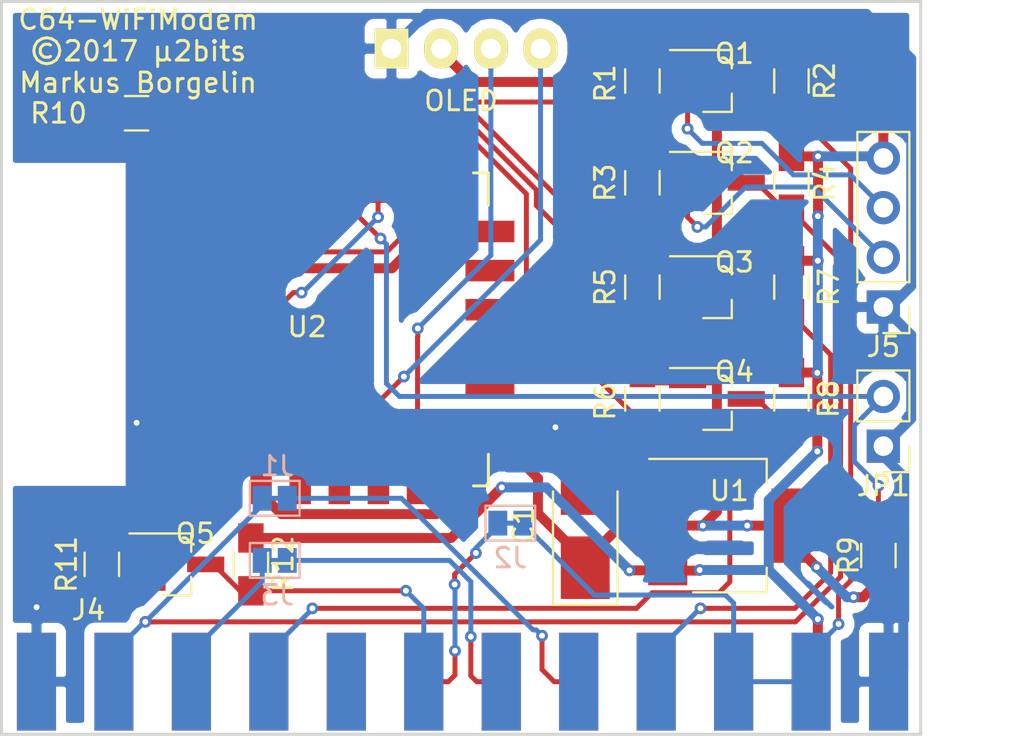
<source format=kicad_pcb>
(kicad_pcb (version 20171130) (host pcbnew "(5.0.2)-1")

  (general
    (thickness 1.6)
    (drawings 5)
    (tracks 390)
    (zones 0)
    (modules 27)
    (nets 40)
  )

  (page A4)
  (layers
    (0 F.Cu signal)
    (31 B.Cu signal)
    (32 B.Adhes user)
    (33 F.Adhes user)
    (34 B.Paste user)
    (35 F.Paste user)
    (36 B.SilkS user)
    (37 F.SilkS user)
    (38 B.Mask user)
    (39 F.Mask user)
    (40 Dwgs.User user hide)
    (41 Cmts.User user)
    (42 Eco1.User user)
    (43 Eco2.User user)
    (44 Edge.Cuts user)
    (45 Margin user)
    (46 B.CrtYd user)
    (47 F.CrtYd user)
    (48 B.Fab user)
    (49 F.Fab user)
  )

  (setup
    (last_trace_width 0.254)
    (user_trace_width 0.254)
    (user_trace_width 0.508)
    (trace_clearance 0.2)
    (zone_clearance 0.508)
    (zone_45_only yes)
    (trace_min 0.254)
    (segment_width 0.2)
    (edge_width 0.15)
    (via_size 0.6)
    (via_drill 0.3)
    (via_min_size 0.6)
    (via_min_drill 0.3)
    (user_via 0.6 0.3)
    (uvia_size 0.3)
    (uvia_drill 0.1)
    (uvias_allowed no)
    (uvia_min_size 0.2)
    (uvia_min_drill 0.1)
    (pcb_text_width 0.3)
    (pcb_text_size 1.5 1.5)
    (mod_edge_width 0.15)
    (mod_text_size 1 1)
    (mod_text_width 0.15)
    (pad_size 1.524 1.524)
    (pad_drill 0.762)
    (pad_to_mask_clearance 0.2)
    (solder_mask_min_width 0.25)
    (aux_axis_origin 0 0)
    (visible_elements 7FFFFFFF)
    (pcbplotparams
      (layerselection 0x010e0_80000001)
      (usegerberextensions true)
      (usegerberattributes false)
      (usegerberadvancedattributes false)
      (creategerberjobfile false)
      (excludeedgelayer true)
      (linewidth 0.100000)
      (plotframeref false)
      (viasonmask false)
      (mode 1)
      (useauxorigin false)
      (hpglpennumber 1)
      (hpglpenspeed 20)
      (hpglpendiameter 15.000000)
      (psnegative false)
      (psa4output false)
      (plotreference true)
      (plotvalue true)
      (plotinvisibletext false)
      (padsonsilk false)
      (subtractmaskfromsilk false)
      (outputformat 1)
      (mirror false)
      (drillshape 0)
      (scaleselection 1)
      (outputdirectory "Gerberfiles"))
  )

  (net 0 "")
  (net 1 +3V3)
  (net 2 GND)
  (net 3 HV_TXD)
  (net 4 HV_RXD)
  (net 5 "Net-(J3-Pad1)")
  (net 6 "Net-(J4-Pad1)")
  (net 7 VCC)
  (net 8 "Net-(J4-Pad3)")
  (net 9 "Net-(J4-Pad4)")
  (net 10 "Net-(J4-Pad8)")
  (net 11 "Net-(J4-Pad9)")
  (net 12 "Net-(J4-Pad10)")
  (net 13 "Net-(J4-Pad11)")
  (net 14 "Net-(J4-Pad12)")
  (net 15 HV_RTS)
  (net 16 "Net-(J4-PadE)")
  (net 17 "Net-(J4-PadF)")
  (net 18 "Net-(J4-PadJ)")
  (net 19 HV_CTS)
  (net 20 LV_RXD)
  (net 21 LV_TXD)
  (net 22 "Net-(JP1-Pad2)")
  (net 23 LV_CTS)
  (net 24 LV_RTS)
  (net 25 "Net-(R10-Pad2)")
  (net 26 "Net-(U2-Pad1)")
  (net 27 "Net-(U2-Pad2)")
  (net 28 "Net-(U2-Pad4)")
  (net 29 "Net-(U2-Pad6)")
  (net 30 "Net-(U2-Pad17)")
  (net 31 "Net-(U2-Pad18)")
  (net 32 "Net-(U2-Pad19)")
  (net 33 "Net-(U2-Pad20)")
  (net 34 "Net-(U2-Pad21)")
  (net 35 "Net-(U2-Pad22)")
  (net 36 DISP_SDA)
  (net 37 DISP_SCL)
  (net 38 HV_DCD)
  (net 39 LV_DCD)

  (net_class Default "This is the default net class."
    (clearance 0.2)
    (trace_width 0.254)
    (via_dia 0.6)
    (via_drill 0.3)
    (uvia_dia 0.3)
    (uvia_drill 0.1)
  )

  (net_class Power ""
    (clearance 0.254)
    (trace_width 0.508)
    (via_dia 0.6)
    (via_drill 0.3)
    (uvia_dia 0.3)
    (uvia_drill 0.1)
    (add_net +3V3)
    (add_net GND)
    (add_net VCC)
  )

  (net_class Signal ""
    (clearance 0.254)
    (trace_width 0.254)
    (via_dia 0.6)
    (via_drill 0.3)
    (uvia_dia 0.3)
    (uvia_drill 0.1)
    (add_net DISP_SCL)
    (add_net DISP_SDA)
    (add_net HV_CTS)
    (add_net HV_DCD)
    (add_net HV_RTS)
    (add_net HV_RXD)
    (add_net HV_TXD)
    (add_net LV_CTS)
    (add_net LV_DCD)
    (add_net LV_RTS)
    (add_net LV_RXD)
    (add_net LV_TXD)
    (add_net "Net-(J3-Pad1)")
    (add_net "Net-(J4-Pad1)")
    (add_net "Net-(J4-Pad10)")
    (add_net "Net-(J4-Pad11)")
    (add_net "Net-(J4-Pad12)")
    (add_net "Net-(J4-Pad3)")
    (add_net "Net-(J4-Pad4)")
    (add_net "Net-(J4-Pad8)")
    (add_net "Net-(J4-Pad9)")
    (add_net "Net-(J4-PadE)")
    (add_net "Net-(J4-PadF)")
    (add_net "Net-(J4-PadJ)")
    (add_net "Net-(JP1-Pad2)")
    (add_net "Net-(R10-Pad2)")
    (add_net "Net-(U2-Pad1)")
    (add_net "Net-(U2-Pad17)")
    (add_net "Net-(U2-Pad18)")
    (add_net "Net-(U2-Pad19)")
    (add_net "Net-(U2-Pad2)")
    (add_net "Net-(U2-Pad20)")
    (add_net "Net-(U2-Pad21)")
    (add_net "Net-(U2-Pad22)")
    (add_net "Net-(U2-Pad4)")
    (add_net "Net-(U2-Pad6)")
  )

  (module Resistors_SMD:R_0805_HandSoldering (layer F.Cu) (tedit 58E0A804) (tstamp 596FDB80)
    (at 95.631 123.19 270)
    (descr "Resistor SMD 0805, hand soldering")
    (tags "resistor 0805")
    (path /596D528F)
    (attr smd)
    (fp_text reference R5 (at 0 1.905 270) (layer F.SilkS)
      (effects (font (size 1 1) (thickness 0.15)))
    )
    (fp_text value 10k (at 0 1.75 270) (layer F.Fab)
      (effects (font (size 1 1) (thickness 0.15)))
    )
    (fp_text user %R (at 0 0 270) (layer F.Fab)
      (effects (font (size 0.5 0.5) (thickness 0.075)))
    )
    (fp_line (start -1 0.62) (end -1 -0.62) (layer F.Fab) (width 0.1))
    (fp_line (start 1 0.62) (end -1 0.62) (layer F.Fab) (width 0.1))
    (fp_line (start 1 -0.62) (end 1 0.62) (layer F.Fab) (width 0.1))
    (fp_line (start -1 -0.62) (end 1 -0.62) (layer F.Fab) (width 0.1))
    (fp_line (start 0.6 0.88) (end -0.6 0.88) (layer F.SilkS) (width 0.12))
    (fp_line (start -0.6 -0.88) (end 0.6 -0.88) (layer F.SilkS) (width 0.12))
    (fp_line (start -2.35 -0.9) (end 2.35 -0.9) (layer F.CrtYd) (width 0.05))
    (fp_line (start -2.35 -0.9) (end -2.35 0.9) (layer F.CrtYd) (width 0.05))
    (fp_line (start 2.35 0.9) (end 2.35 -0.9) (layer F.CrtYd) (width 0.05))
    (fp_line (start 2.35 0.9) (end -2.35 0.9) (layer F.CrtYd) (width 0.05))
    (pad 1 smd rect (at -1.35 0 270) (size 1.5 1.3) (layers F.Cu F.Paste F.Mask)
      (net 1 +3V3))
    (pad 2 smd rect (at 1.35 0 270) (size 1.5 1.3) (layers F.Cu F.Paste F.Mask)
      (net 23 LV_CTS))
    (model ${KISYS3DMOD}/Resistors_SMD.3dshapes/R_0805.wrl
      (at (xyz 0 0 0))
      (scale (xyz 1 1 1))
      (rotate (xyz 0 0 0))
    )
  )

  (module OLED:Small_I2C_OLED_v2 (layer F.Cu) (tedit 5984700B) (tstamp 59713439)
    (at 86.604 109.398)
    (descr Small_I2C_OLED)
    (tags Small_I2C_OLED)
    (path /597153D8)
    (fp_text reference U3 (at -3.419 4.267) (layer F.SilkS) hide
      (effects (font (size 1.5 1.5) (thickness 0.3)))
    )
    (fp_text value small_i2c_oled_v2 (at 0 28.7) (layer F.Fab) hide
      (effects (font (size 1 1) (thickness 0.15)))
    )
    (fp_text user OLED (at -0.244 4.267) (layer F.SilkS)
      (effects (font (size 1 1) (thickness 0.15)))
    )
    (fp_line (start -13.5 23.8) (end -13.5 27.3) (layer Dwgs.User) (width 0.3))
    (fp_line (start 0 0) (end 13.5 0) (layer Dwgs.User) (width 0.3))
    (fp_line (start 13.5 0) (end 13.5 27.3) (layer Dwgs.User) (width 0.3))
    (fp_line (start 13.5 27.3) (end -13.5 27.3) (layer Dwgs.User) (width 0.3))
    (fp_line (start -13.5 0) (end -13.5 23.8) (layer Dwgs.User) (width 0.3))
    (fp_line (start 0 0) (end -13.5 0) (layer Dwgs.User) (width 0.3))
    (fp_line (start -5.55 -0.15) (end -5.55 3.35) (layer F.CrtYd) (width 0.05))
    (fp_line (start 5.6 -0.15) (end 5.6 3.35) (layer F.CrtYd) (width 0.05))
    (fp_line (start -5.55 -0.15) (end 5.6 -0.15) (layer F.CrtYd) (width 0.05))
    (fp_line (start -5.55 3.35) (end 5.6 3.35) (layer F.CrtYd) (width 0.05))
    (pad 1 thru_hole rect (at -3.8 1.6) (size 1.7272 2.032) (drill 1.016) (layers *.Cu *.Mask F.SilkS)
      (net 2 GND))
    (pad 2 thru_hole oval (at -1.26 1.6) (size 1.7272 2.032) (drill 1.016) (layers *.Cu *.Mask F.SilkS)
      (net 1 +3V3))
    (pad 3 thru_hole oval (at 1.28 1.6) (size 1.7272 2.032) (drill 1.016) (layers *.Cu *.Mask F.SilkS)
      (net 37 DISP_SCL))
    (pad 4 thru_hole oval (at 3.82 1.6) (size 1.7272 2.032) (drill 1.016) (layers *.Cu *.Mask F.SilkS)
      (net 36 DISP_SDA))
  )

  (module Capacitors_Tantalum_SMD:CP_Tantalum_Case-B_EIA-3528-21_Hand (layer F.Cu) (tedit 58CC8C08) (tstamp 596FDA63)
    (at 92.71 135.382 90)
    (descr "Tantalum capacitor, Case B, EIA 3528-21, 3.5x2.8x1.9mm, Hand soldering footprint")
    (tags "capacitor tantalum smd")
    (path /596D0009)
    (attr smd)
    (fp_text reference C1 (at 0 -3.15 90) (layer F.SilkS)
      (effects (font (size 1 1) (thickness 0.15)))
    )
    (fp_text value 22µ (at 0 3.15 90) (layer F.Fab)
      (effects (font (size 1 1) (thickness 0.15)))
    )
    (fp_text user %R (at 0 -2.286 90) (layer F.Fab)
      (effects (font (size 0.8 0.8) (thickness 0.12)))
    )
    (fp_line (start -4.15 -1.75) (end -4.15 1.75) (layer F.CrtYd) (width 0.05))
    (fp_line (start -4.15 1.75) (end 4.15 1.75) (layer F.CrtYd) (width 0.05))
    (fp_line (start 4.15 1.75) (end 4.15 -1.75) (layer F.CrtYd) (width 0.05))
    (fp_line (start 4.15 -1.75) (end -4.15 -1.75) (layer F.CrtYd) (width 0.05))
    (fp_line (start -1.75 -1.4) (end -1.75 1.4) (layer F.Fab) (width 0.1))
    (fp_line (start -1.75 1.4) (end 1.75 1.4) (layer F.Fab) (width 0.1))
    (fp_line (start 1.75 1.4) (end 1.75 -1.4) (layer F.Fab) (width 0.1))
    (fp_line (start 1.75 -1.4) (end -1.75 -1.4) (layer F.Fab) (width 0.1))
    (fp_line (start -1.4 -1.4) (end -1.4 1.4) (layer F.Fab) (width 0.1))
    (fp_line (start -1.225 -1.4) (end -1.225 1.4) (layer F.Fab) (width 0.1))
    (fp_line (start -4.05 -1.65) (end 1.75 -1.65) (layer F.SilkS) (width 0.12))
    (fp_line (start -4.05 1.65) (end 1.75 1.65) (layer F.SilkS) (width 0.12))
    (fp_line (start -4.05 -1.65) (end -4.05 1.65) (layer F.SilkS) (width 0.12))
    (pad 1 smd rect (at -2.15 0 90) (size 3.2 2.5) (layers F.Cu F.Paste F.Mask)
      (net 1 +3V3))
    (pad 2 smd rect (at 2.15 0 90) (size 3.2 2.5) (layers F.Cu F.Paste F.Mask)
      (net 2 GND))
    (model Capacitors_Tantalum_SMD.3dshapes/CP_Tantalum_Case-B_EIA-3528-21.wrl
      (at (xyz 0 0 0))
      (scale (xyz 1 1 1))
      (rotate (xyz 0 0 0))
    )
  )

  (module Connectors:GS2 (layer B.Cu) (tedit 59728C26) (tstamp 596FDA71)
    (at 76.835 133.985 90)
    (descr "2-pin solder bridge")
    (tags "solder bridge")
    (path /596D5DD7)
    (attr smd)
    (fp_text reference J1 (at 1.651 0.127) (layer B.SilkS)
      (effects (font (size 1 1) (thickness 0.15)) (justify mirror))
    )
    (fp_text value GS2 (at -1.8 0) (layer B.Fab)
      (effects (font (size 1 1) (thickness 0.15)) (justify mirror))
    )
    (fp_line (start 1.1 1.45) (end 1.1 -1.5) (layer B.CrtYd) (width 0.05))
    (fp_line (start 1.1 -1.5) (end -1.1 -1.5) (layer B.CrtYd) (width 0.05))
    (fp_line (start -1.1 -1.5) (end -1.1 1.45) (layer B.CrtYd) (width 0.05))
    (fp_line (start -1.1 1.45) (end 1.1 1.45) (layer B.CrtYd) (width 0.05))
    (fp_line (start -0.89 1.27) (end -0.89 -1.27) (layer B.SilkS) (width 0.12))
    (fp_line (start 0.89 -1.27) (end 0.89 1.27) (layer B.SilkS) (width 0.12))
    (fp_line (start 0.89 -1.27) (end -0.89 -1.27) (layer B.SilkS) (width 0.12))
    (fp_line (start -0.89 1.27) (end 0.89 1.27) (layer B.SilkS) (width 0.12))
    (pad 1 smd rect (at 0 0.64 90) (size 1.27 0.97) (layers B.Cu B.Paste B.Mask)
      (net 3 HV_TXD))
    (pad 2 smd rect (at 0 -0.64 90) (size 1.27 0.97) (layers B.Cu B.Paste B.Mask)
      (net 3 HV_TXD))
  )

  (module Connectors:GS2 (layer B.Cu) (tedit 586134A1) (tstamp 596FDA7F)
    (at 88.88 135.255 270)
    (descr "2-pin solder bridge")
    (tags "solder bridge")
    (path /596D5C1E)
    (attr smd)
    (fp_text reference J2 (at 1.78 0 180) (layer B.SilkS)
      (effects (font (size 1 1) (thickness 0.15)) (justify mirror))
    )
    (fp_text value GS2 (at -1.8 0 180) (layer B.Fab)
      (effects (font (size 1 1) (thickness 0.15)) (justify mirror))
    )
    (fp_line (start 1.1 1.45) (end 1.1 -1.5) (layer B.CrtYd) (width 0.05))
    (fp_line (start 1.1 -1.5) (end -1.1 -1.5) (layer B.CrtYd) (width 0.05))
    (fp_line (start -1.1 -1.5) (end -1.1 1.45) (layer B.CrtYd) (width 0.05))
    (fp_line (start -1.1 1.45) (end 1.1 1.45) (layer B.CrtYd) (width 0.05))
    (fp_line (start -0.89 1.27) (end -0.89 -1.27) (layer B.SilkS) (width 0.12))
    (fp_line (start 0.89 -1.27) (end 0.89 1.27) (layer B.SilkS) (width 0.12))
    (fp_line (start 0.89 -1.27) (end -0.89 -1.27) (layer B.SilkS) (width 0.12))
    (fp_line (start -0.89 1.27) (end 0.89 1.27) (layer B.SilkS) (width 0.12))
    (pad 1 smd rect (at 0 0.64 270) (size 1.27 0.97) (layers B.Cu B.Paste B.Mask)
      (net 4 HV_RXD))
    (pad 2 smd rect (at 0 -0.64 270) (size 1.27 0.97) (layers B.Cu B.Paste B.Mask)
      (net 4 HV_RXD))
  )

  (module Connectors:GS2 (layer B.Cu) (tedit 59728C1B) (tstamp 596FDA8D)
    (at 76.835 137.16 90)
    (descr "2-pin solder bridge")
    (tags "solder bridge")
    (path /596D600C)
    (attr smd)
    (fp_text reference J3 (at -1.778 0.127) (layer B.SilkS)
      (effects (font (size 1 1) (thickness 0.15)) (justify mirror))
    )
    (fp_text value GS2 (at -1.8 0) (layer B.Fab)
      (effects (font (size 1 1) (thickness 0.15)) (justify mirror))
    )
    (fp_line (start 1.1 1.45) (end 1.1 -1.5) (layer B.CrtYd) (width 0.05))
    (fp_line (start 1.1 -1.5) (end -1.1 -1.5) (layer B.CrtYd) (width 0.05))
    (fp_line (start -1.1 -1.5) (end -1.1 1.45) (layer B.CrtYd) (width 0.05))
    (fp_line (start -1.1 1.45) (end 1.1 1.45) (layer B.CrtYd) (width 0.05))
    (fp_line (start -0.89 1.27) (end -0.89 -1.27) (layer B.SilkS) (width 0.12))
    (fp_line (start 0.89 -1.27) (end 0.89 1.27) (layer B.SilkS) (width 0.12))
    (fp_line (start 0.89 -1.27) (end -0.89 -1.27) (layer B.SilkS) (width 0.12))
    (fp_line (start -0.89 1.27) (end 0.89 1.27) (layer B.SilkS) (width 0.12))
    (pad 1 smd rect (at 0 0.64 90) (size 1.27 0.97) (layers B.Cu B.Paste B.Mask)
      (net 5 "Net-(J3-Pad1)"))
    (pad 2 smd rect (at 0 -0.64 90) (size 1.27 0.97) (layers B.Cu B.Paste B.Mask)
      (net 5 "Net-(J3-Pad1)"))
  )

  (module Pin_Headers:Pin_Header_Straight_1x04_Pitch2.54mm (layer F.Cu) (tedit 59728B8A) (tstamp 596FDAC1)
    (at 107.95 124.206 180)
    (descr "Through hole straight pin header, 1x04, 2.54mm pitch, single row")
    (tags "Through hole pin header THT 1x04 2.54mm single row")
    (path /596E50C9)
    (fp_text reference J5 (at 0 -2.032 180) (layer F.SilkS)
      (effects (font (size 1 1) (thickness 0.15)))
    )
    (fp_text value CONN_01X04_MALE (at 0 9.95 180) (layer F.Fab)
      (effects (font (size 1 1) (thickness 0.15)))
    )
    (fp_line (start -0.635 -1.27) (end 1.27 -1.27) (layer F.Fab) (width 0.1))
    (fp_line (start 1.27 -1.27) (end 1.27 8.89) (layer F.Fab) (width 0.1))
    (fp_line (start 1.27 8.89) (end -1.27 8.89) (layer F.Fab) (width 0.1))
    (fp_line (start -1.27 8.89) (end -1.27 -0.635) (layer F.Fab) (width 0.1))
    (fp_line (start -1.27 -0.635) (end -0.635 -1.27) (layer F.Fab) (width 0.1))
    (fp_line (start -1.33 8.95) (end 1.33 8.95) (layer F.SilkS) (width 0.12))
    (fp_line (start -1.33 1.27) (end -1.33 8.95) (layer F.SilkS) (width 0.12))
    (fp_line (start 1.33 1.27) (end 1.33 8.95) (layer F.SilkS) (width 0.12))
    (fp_line (start -1.33 1.27) (end 1.33 1.27) (layer F.SilkS) (width 0.12))
    (fp_line (start -1.33 0) (end -1.33 -1.33) (layer F.SilkS) (width 0.12))
    (fp_line (start -1.33 -1.33) (end 0 -1.33) (layer F.SilkS) (width 0.12))
    (fp_line (start -1.8 -1.8) (end -1.8 9.4) (layer F.CrtYd) (width 0.05))
    (fp_line (start -1.8 9.4) (end 1.8 9.4) (layer F.CrtYd) (width 0.05))
    (fp_line (start 1.8 9.4) (end 1.8 -1.8) (layer F.CrtYd) (width 0.05))
    (fp_line (start 1.8 -1.8) (end -1.8 -1.8) (layer F.CrtYd) (width 0.05))
    (fp_text user %R (at 0 3.81 270) (layer F.Fab)
      (effects (font (size 1 1) (thickness 0.15)))
    )
    (pad 1 thru_hole rect (at 0 0 180) (size 1.7 1.7) (drill 1) (layers *.Cu *.Mask)
      (net 2 GND))
    (pad 2 thru_hole oval (at 0 2.54 180) (size 1.7 1.7) (drill 1) (layers *.Cu *.Mask)
      (net 20 LV_RXD))
    (pad 3 thru_hole oval (at 0 5.08 180) (size 1.7 1.7) (drill 1) (layers *.Cu *.Mask)
      (net 21 LV_TXD))
    (pad 4 thru_hole oval (at 0 7.62 180) (size 1.7 1.7) (drill 1) (layers *.Cu *.Mask)
      (net 7 VCC))
    (model ${KISYS3DMOD}/Pin_Headers.3dshapes/Pin_Header_Straight_1x04_Pitch2.54mm.wrl
      (at (xyz 0 0 0))
      (scale (xyz 1 1 1))
      (rotate (xyz 0 0 0))
    )
  )

  (module Pin_Headers:Pin_Header_Straight_1x02_Pitch2.54mm (layer F.Cu) (tedit 59728B93) (tstamp 596FDAD7)
    (at 107.95 131.318 180)
    (descr "Through hole straight pin header, 1x02, 2.54mm pitch, single row")
    (tags "Through hole pin header THT 1x02 2.54mm single row")
    (path /596E53B8)
    (fp_text reference JP1 (at 0 -2.032 180) (layer F.SilkS)
      (effects (font (size 1 1) (thickness 0.15)))
    )
    (fp_text value Jumper_NO_Small (at 0 4.87 180) (layer F.Fab)
      (effects (font (size 1 1) (thickness 0.15)))
    )
    (fp_line (start -0.635 -1.27) (end 1.27 -1.27) (layer F.Fab) (width 0.1))
    (fp_line (start 1.27 -1.27) (end 1.27 3.81) (layer F.Fab) (width 0.1))
    (fp_line (start 1.27 3.81) (end -1.27 3.81) (layer F.Fab) (width 0.1))
    (fp_line (start -1.27 3.81) (end -1.27 -0.635) (layer F.Fab) (width 0.1))
    (fp_line (start -1.27 -0.635) (end -0.635 -1.27) (layer F.Fab) (width 0.1))
    (fp_line (start -1.33 3.87) (end 1.33 3.87) (layer F.SilkS) (width 0.12))
    (fp_line (start -1.33 1.27) (end -1.33 3.87) (layer F.SilkS) (width 0.12))
    (fp_line (start 1.33 1.27) (end 1.33 3.87) (layer F.SilkS) (width 0.12))
    (fp_line (start -1.33 1.27) (end 1.33 1.27) (layer F.SilkS) (width 0.12))
    (fp_line (start -1.33 0) (end -1.33 -1.33) (layer F.SilkS) (width 0.12))
    (fp_line (start -1.33 -1.33) (end 0 -1.33) (layer F.SilkS) (width 0.12))
    (fp_line (start -1.8 -1.8) (end -1.8 4.35) (layer F.CrtYd) (width 0.05))
    (fp_line (start -1.8 4.35) (end 1.8 4.35) (layer F.CrtYd) (width 0.05))
    (fp_line (start 1.8 4.35) (end 1.8 -1.8) (layer F.CrtYd) (width 0.05))
    (fp_line (start 1.8 -1.8) (end -1.8 -1.8) (layer F.CrtYd) (width 0.05))
    (fp_text user %R (at 0 1.27 270) (layer F.Fab)
      (effects (font (size 1 1) (thickness 0.15)))
    )
    (pad 1 thru_hole rect (at 0 0 180) (size 1.7 1.7) (drill 1) (layers *.Cu *.Mask)
      (net 2 GND))
    (pad 2 thru_hole oval (at 0 2.54 180) (size 1.7 1.7) (drill 1) (layers *.Cu *.Mask)
      (net 22 "Net-(JP1-Pad2)"))
    (model ${KISYS3DMOD}/Pin_Headers.3dshapes/Pin_Header_Straight_1x02_Pitch2.54mm.wrl
      (at (xyz 0 0 0))
      (scale (xyz 1 1 1))
      (rotate (xyz 0 0 0))
    )
  )

  (module TO_SOT_Packages_SMD:SOT-23_Handsoldering (layer F.Cu) (tedit 58CE4E7E) (tstamp 596FDAEC)
    (at 99.441 112.649)
    (descr "SOT-23, Handsoldering")
    (tags SOT-23)
    (path /596D048B)
    (attr smd)
    (fp_text reference Q1 (at 0.889 -1.397) (layer F.SilkS)
      (effects (font (size 1 1) (thickness 0.15)))
    )
    (fp_text value BSS138 (at 0 2.5) (layer F.Fab)
      (effects (font (size 1 1) (thickness 0.15)))
    )
    (fp_text user %R (at 0 0) (layer F.Fab)
      (effects (font (size 0.5 0.5) (thickness 0.075)))
    )
    (fp_line (start 0.76 1.58) (end 0.76 0.65) (layer F.SilkS) (width 0.12))
    (fp_line (start 0.76 -1.58) (end 0.76 -0.65) (layer F.SilkS) (width 0.12))
    (fp_line (start -2.7 -1.75) (end 2.7 -1.75) (layer F.CrtYd) (width 0.05))
    (fp_line (start 2.7 -1.75) (end 2.7 1.75) (layer F.CrtYd) (width 0.05))
    (fp_line (start 2.7 1.75) (end -2.7 1.75) (layer F.CrtYd) (width 0.05))
    (fp_line (start -2.7 1.75) (end -2.7 -1.75) (layer F.CrtYd) (width 0.05))
    (fp_line (start 0.76 -1.58) (end -2.4 -1.58) (layer F.SilkS) (width 0.12))
    (fp_line (start -0.7 -0.95) (end -0.7 1.5) (layer F.Fab) (width 0.1))
    (fp_line (start -0.15 -1.52) (end 0.7 -1.52) (layer F.Fab) (width 0.1))
    (fp_line (start -0.7 -0.95) (end -0.15 -1.52) (layer F.Fab) (width 0.1))
    (fp_line (start 0.7 -1.52) (end 0.7 1.52) (layer F.Fab) (width 0.1))
    (fp_line (start -0.7 1.52) (end 0.7 1.52) (layer F.Fab) (width 0.1))
    (fp_line (start 0.76 1.58) (end -0.7 1.58) (layer F.SilkS) (width 0.12))
    (pad 1 smd rect (at -1.5 -0.95) (size 1.9 0.8) (layers F.Cu F.Paste F.Mask)
      (net 1 +3V3))
    (pad 2 smd rect (at -1.5 0.95) (size 1.9 0.8) (layers F.Cu F.Paste F.Mask)
      (net 21 LV_TXD))
    (pad 3 smd rect (at 1.5 0) (size 1.9 0.8) (layers F.Cu F.Paste F.Mask)
      (net 4 HV_RXD))
    (model ${KISYS3DMOD}/TO_SOT_Packages_SMD.3dshapes\SOT-23.wrl
      (at (xyz 0 0 0))
      (scale (xyz 1 1 1))
      (rotate (xyz 0 0 0))
    )
  )

  (module TO_SOT_Packages_SMD:SOT-23_Handsoldering (layer F.Cu) (tedit 58CE4E7E) (tstamp 596FDB01)
    (at 99.441 117.856)
    (descr "SOT-23, Handsoldering")
    (tags SOT-23)
    (path /596D3A10)
    (attr smd)
    (fp_text reference Q2 (at 0.889 -1.524) (layer F.SilkS)
      (effects (font (size 1 1) (thickness 0.15)))
    )
    (fp_text value BSS138 (at 0 2.5) (layer F.Fab)
      (effects (font (size 1 1) (thickness 0.15)))
    )
    (fp_text user %R (at 0 0) (layer F.Fab)
      (effects (font (size 0.5 0.5) (thickness 0.075)))
    )
    (fp_line (start 0.76 1.58) (end 0.76 0.65) (layer F.SilkS) (width 0.12))
    (fp_line (start 0.76 -1.58) (end 0.76 -0.65) (layer F.SilkS) (width 0.12))
    (fp_line (start -2.7 -1.75) (end 2.7 -1.75) (layer F.CrtYd) (width 0.05))
    (fp_line (start 2.7 -1.75) (end 2.7 1.75) (layer F.CrtYd) (width 0.05))
    (fp_line (start 2.7 1.75) (end -2.7 1.75) (layer F.CrtYd) (width 0.05))
    (fp_line (start -2.7 1.75) (end -2.7 -1.75) (layer F.CrtYd) (width 0.05))
    (fp_line (start 0.76 -1.58) (end -2.4 -1.58) (layer F.SilkS) (width 0.12))
    (fp_line (start -0.7 -0.95) (end -0.7 1.5) (layer F.Fab) (width 0.1))
    (fp_line (start -0.15 -1.52) (end 0.7 -1.52) (layer F.Fab) (width 0.1))
    (fp_line (start -0.7 -0.95) (end -0.15 -1.52) (layer F.Fab) (width 0.1))
    (fp_line (start 0.7 -1.52) (end 0.7 1.52) (layer F.Fab) (width 0.1))
    (fp_line (start -0.7 1.52) (end 0.7 1.52) (layer F.Fab) (width 0.1))
    (fp_line (start 0.76 1.58) (end -0.7 1.58) (layer F.SilkS) (width 0.12))
    (pad 1 smd rect (at -1.5 -0.95) (size 1.9 0.8) (layers F.Cu F.Paste F.Mask)
      (net 1 +3V3))
    (pad 2 smd rect (at -1.5 0.95) (size 1.9 0.8) (layers F.Cu F.Paste F.Mask)
      (net 20 LV_RXD))
    (pad 3 smd rect (at 1.5 0) (size 1.9 0.8) (layers F.Cu F.Paste F.Mask)
      (net 3 HV_TXD))
    (model ${KISYS3DMOD}/TO_SOT_Packages_SMD.3dshapes\SOT-23.wrl
      (at (xyz 0 0 0))
      (scale (xyz 1 1 1))
      (rotate (xyz 0 0 0))
    )
  )

  (module TO_SOT_Packages_SMD:SOT-23_Handsoldering (layer F.Cu) (tedit 58CE4E7E) (tstamp 596FDB16)
    (at 99.441 123.19)
    (descr "SOT-23, Handsoldering")
    (tags SOT-23)
    (path /596D5288)
    (attr smd)
    (fp_text reference Q3 (at 0.889 -1.27) (layer F.SilkS)
      (effects (font (size 1 1) (thickness 0.15)))
    )
    (fp_text value BSS138 (at 0 2.5) (layer F.Fab)
      (effects (font (size 1 1) (thickness 0.15)))
    )
    (fp_text user %R (at 0 0) (layer F.Fab)
      (effects (font (size 0.5 0.5) (thickness 0.075)))
    )
    (fp_line (start 0.76 1.58) (end 0.76 0.65) (layer F.SilkS) (width 0.12))
    (fp_line (start 0.76 -1.58) (end 0.76 -0.65) (layer F.SilkS) (width 0.12))
    (fp_line (start -2.7 -1.75) (end 2.7 -1.75) (layer F.CrtYd) (width 0.05))
    (fp_line (start 2.7 -1.75) (end 2.7 1.75) (layer F.CrtYd) (width 0.05))
    (fp_line (start 2.7 1.75) (end -2.7 1.75) (layer F.CrtYd) (width 0.05))
    (fp_line (start -2.7 1.75) (end -2.7 -1.75) (layer F.CrtYd) (width 0.05))
    (fp_line (start 0.76 -1.58) (end -2.4 -1.58) (layer F.SilkS) (width 0.12))
    (fp_line (start -0.7 -0.95) (end -0.7 1.5) (layer F.Fab) (width 0.1))
    (fp_line (start -0.15 -1.52) (end 0.7 -1.52) (layer F.Fab) (width 0.1))
    (fp_line (start -0.7 -0.95) (end -0.15 -1.52) (layer F.Fab) (width 0.1))
    (fp_line (start 0.7 -1.52) (end 0.7 1.52) (layer F.Fab) (width 0.1))
    (fp_line (start -0.7 1.52) (end 0.7 1.52) (layer F.Fab) (width 0.1))
    (fp_line (start 0.76 1.58) (end -0.7 1.58) (layer F.SilkS) (width 0.12))
    (pad 1 smd rect (at -1.5 -0.95) (size 1.9 0.8) (layers F.Cu F.Paste F.Mask)
      (net 1 +3V3))
    (pad 2 smd rect (at -1.5 0.95) (size 1.9 0.8) (layers F.Cu F.Paste F.Mask)
      (net 23 LV_CTS))
    (pad 3 smd rect (at 1.5 0) (size 1.9 0.8) (layers F.Cu F.Paste F.Mask)
      (net 15 HV_RTS))
    (model ${KISYS3DMOD}/TO_SOT_Packages_SMD.3dshapes\SOT-23.wrl
      (at (xyz 0 0 0))
      (scale (xyz 1 1 1))
      (rotate (xyz 0 0 0))
    )
  )

  (module TO_SOT_Packages_SMD:SOT-23_Handsoldering (layer F.Cu) (tedit 58CE4E7E) (tstamp 596FDB2B)
    (at 99.441 128.905)
    (descr "SOT-23, Handsoldering")
    (tags SOT-23)
    (path /596D52B6)
    (attr smd)
    (fp_text reference Q4 (at 0.889 -1.397) (layer F.SilkS)
      (effects (font (size 1 1) (thickness 0.15)))
    )
    (fp_text value BSS138 (at 0 2.5) (layer F.Fab)
      (effects (font (size 1 1) (thickness 0.15)))
    )
    (fp_text user %R (at 0 0) (layer F.Fab)
      (effects (font (size 0.5 0.5) (thickness 0.075)))
    )
    (fp_line (start 0.76 1.58) (end 0.76 0.65) (layer F.SilkS) (width 0.12))
    (fp_line (start 0.76 -1.58) (end 0.76 -0.65) (layer F.SilkS) (width 0.12))
    (fp_line (start -2.7 -1.75) (end 2.7 -1.75) (layer F.CrtYd) (width 0.05))
    (fp_line (start 2.7 -1.75) (end 2.7 1.75) (layer F.CrtYd) (width 0.05))
    (fp_line (start 2.7 1.75) (end -2.7 1.75) (layer F.CrtYd) (width 0.05))
    (fp_line (start -2.7 1.75) (end -2.7 -1.75) (layer F.CrtYd) (width 0.05))
    (fp_line (start 0.76 -1.58) (end -2.4 -1.58) (layer F.SilkS) (width 0.12))
    (fp_line (start -0.7 -0.95) (end -0.7 1.5) (layer F.Fab) (width 0.1))
    (fp_line (start -0.15 -1.52) (end 0.7 -1.52) (layer F.Fab) (width 0.1))
    (fp_line (start -0.7 -0.95) (end -0.15 -1.52) (layer F.Fab) (width 0.1))
    (fp_line (start 0.7 -1.52) (end 0.7 1.52) (layer F.Fab) (width 0.1))
    (fp_line (start -0.7 1.52) (end 0.7 1.52) (layer F.Fab) (width 0.1))
    (fp_line (start 0.76 1.58) (end -0.7 1.58) (layer F.SilkS) (width 0.12))
    (pad 1 smd rect (at -1.5 -0.95) (size 1.9 0.8) (layers F.Cu F.Paste F.Mask)
      (net 1 +3V3))
    (pad 2 smd rect (at -1.5 0.95) (size 1.9 0.8) (layers F.Cu F.Paste F.Mask)
      (net 24 LV_RTS))
    (pad 3 smd rect (at 1.5 0) (size 1.9 0.8) (layers F.Cu F.Paste F.Mask)
      (net 19 HV_CTS))
    (model ${KISYS3DMOD}/TO_SOT_Packages_SMD.3dshapes\SOT-23.wrl
      (at (xyz 0 0 0))
      (scale (xyz 1 1 1))
      (rotate (xyz 0 0 0))
    )
  )

  (module Resistors_SMD:R_0805_HandSoldering (layer F.Cu) (tedit 58E0A804) (tstamp 596FDB3C)
    (at 95.631 112.649 270)
    (descr "Resistor SMD 0805, hand soldering")
    (tags "resistor 0805")
    (path /596D0543)
    (attr smd)
    (fp_text reference R1 (at 0.127 1.905 270) (layer F.SilkS)
      (effects (font (size 1 1) (thickness 0.15)))
    )
    (fp_text value 10k (at 0 1.75 270) (layer F.Fab)
      (effects (font (size 1 1) (thickness 0.15)))
    )
    (fp_text user %R (at 0 0 270) (layer F.Fab)
      (effects (font (size 0.5 0.5) (thickness 0.075)))
    )
    (fp_line (start -1 0.62) (end -1 -0.62) (layer F.Fab) (width 0.1))
    (fp_line (start 1 0.62) (end -1 0.62) (layer F.Fab) (width 0.1))
    (fp_line (start 1 -0.62) (end 1 0.62) (layer F.Fab) (width 0.1))
    (fp_line (start -1 -0.62) (end 1 -0.62) (layer F.Fab) (width 0.1))
    (fp_line (start 0.6 0.88) (end -0.6 0.88) (layer F.SilkS) (width 0.12))
    (fp_line (start -0.6 -0.88) (end 0.6 -0.88) (layer F.SilkS) (width 0.12))
    (fp_line (start -2.35 -0.9) (end 2.35 -0.9) (layer F.CrtYd) (width 0.05))
    (fp_line (start -2.35 -0.9) (end -2.35 0.9) (layer F.CrtYd) (width 0.05))
    (fp_line (start 2.35 0.9) (end 2.35 -0.9) (layer F.CrtYd) (width 0.05))
    (fp_line (start 2.35 0.9) (end -2.35 0.9) (layer F.CrtYd) (width 0.05))
    (pad 1 smd rect (at -1.35 0 270) (size 1.5 1.3) (layers F.Cu F.Paste F.Mask)
      (net 1 +3V3))
    (pad 2 smd rect (at 1.35 0 270) (size 1.5 1.3) (layers F.Cu F.Paste F.Mask)
      (net 21 LV_TXD))
    (model ${KISYS3DMOD}/Resistors_SMD.3dshapes/R_0805.wrl
      (at (xyz 0 0 0))
      (scale (xyz 1 1 1))
      (rotate (xyz 0 0 0))
    )
  )

  (module Resistors_SMD:R_0805_HandSoldering (layer F.Cu) (tedit 58E0A804) (tstamp 596FDB4D)
    (at 103.251 112.649 270)
    (descr "Resistor SMD 0805, hand soldering")
    (tags "resistor 0805")
    (path /596D06D7)
    (attr smd)
    (fp_text reference R2 (at 0 -1.7 270) (layer F.SilkS)
      (effects (font (size 1 1) (thickness 0.15)))
    )
    (fp_text value 10k (at 0 1.75 270) (layer F.Fab)
      (effects (font (size 1 1) (thickness 0.15)))
    )
    (fp_text user %R (at 0 0 270) (layer F.Fab)
      (effects (font (size 0.5 0.5) (thickness 0.075)))
    )
    (fp_line (start -1 0.62) (end -1 -0.62) (layer F.Fab) (width 0.1))
    (fp_line (start 1 0.62) (end -1 0.62) (layer F.Fab) (width 0.1))
    (fp_line (start 1 -0.62) (end 1 0.62) (layer F.Fab) (width 0.1))
    (fp_line (start -1 -0.62) (end 1 -0.62) (layer F.Fab) (width 0.1))
    (fp_line (start 0.6 0.88) (end -0.6 0.88) (layer F.SilkS) (width 0.12))
    (fp_line (start -0.6 -0.88) (end 0.6 -0.88) (layer F.SilkS) (width 0.12))
    (fp_line (start -2.35 -0.9) (end 2.35 -0.9) (layer F.CrtYd) (width 0.05))
    (fp_line (start -2.35 -0.9) (end -2.35 0.9) (layer F.CrtYd) (width 0.05))
    (fp_line (start 2.35 0.9) (end 2.35 -0.9) (layer F.CrtYd) (width 0.05))
    (fp_line (start 2.35 0.9) (end -2.35 0.9) (layer F.CrtYd) (width 0.05))
    (pad 1 smd rect (at -1.35 0 270) (size 1.5 1.3) (layers F.Cu F.Paste F.Mask)
      (net 7 VCC))
    (pad 2 smd rect (at 1.35 0 270) (size 1.5 1.3) (layers F.Cu F.Paste F.Mask)
      (net 4 HV_RXD))
    (model ${KISYS3DMOD}/Resistors_SMD.3dshapes/R_0805.wrl
      (at (xyz 0 0 0))
      (scale (xyz 1 1 1))
      (rotate (xyz 0 0 0))
    )
  )

  (module Resistors_SMD:R_0805_HandSoldering (layer F.Cu) (tedit 58E0A804) (tstamp 596FDB5E)
    (at 95.631 117.856 270)
    (descr "Resistor SMD 0805, hand soldering")
    (tags "resistor 0805")
    (path /596D3A17)
    (attr smd)
    (fp_text reference R3 (at 0 1.905 270) (layer F.SilkS)
      (effects (font (size 1 1) (thickness 0.15)))
    )
    (fp_text value 10k (at 0 1.75 270) (layer F.Fab)
      (effects (font (size 1 1) (thickness 0.15)))
    )
    (fp_text user %R (at 0 0 270) (layer F.Fab)
      (effects (font (size 0.5 0.5) (thickness 0.075)))
    )
    (fp_line (start -1 0.62) (end -1 -0.62) (layer F.Fab) (width 0.1))
    (fp_line (start 1 0.62) (end -1 0.62) (layer F.Fab) (width 0.1))
    (fp_line (start 1 -0.62) (end 1 0.62) (layer F.Fab) (width 0.1))
    (fp_line (start -1 -0.62) (end 1 -0.62) (layer F.Fab) (width 0.1))
    (fp_line (start 0.6 0.88) (end -0.6 0.88) (layer F.SilkS) (width 0.12))
    (fp_line (start -0.6 -0.88) (end 0.6 -0.88) (layer F.SilkS) (width 0.12))
    (fp_line (start -2.35 -0.9) (end 2.35 -0.9) (layer F.CrtYd) (width 0.05))
    (fp_line (start -2.35 -0.9) (end -2.35 0.9) (layer F.CrtYd) (width 0.05))
    (fp_line (start 2.35 0.9) (end 2.35 -0.9) (layer F.CrtYd) (width 0.05))
    (fp_line (start 2.35 0.9) (end -2.35 0.9) (layer F.CrtYd) (width 0.05))
    (pad 1 smd rect (at -1.35 0 270) (size 1.5 1.3) (layers F.Cu F.Paste F.Mask)
      (net 1 +3V3))
    (pad 2 smd rect (at 1.35 0 270) (size 1.5 1.3) (layers F.Cu F.Paste F.Mask)
      (net 20 LV_RXD))
    (model ${KISYS3DMOD}/Resistors_SMD.3dshapes/R_0805.wrl
      (at (xyz 0 0 0))
      (scale (xyz 1 1 1))
      (rotate (xyz 0 0 0))
    )
  )

  (module Resistors_SMD:R_0805_HandSoldering (layer F.Cu) (tedit 58E0A804) (tstamp 596FDB6F)
    (at 103.251 117.856 270)
    (descr "Resistor SMD 0805, hand soldering")
    (tags "resistor 0805")
    (path /596D3A24)
    (attr smd)
    (fp_text reference R4 (at 0 -1.7 270) (layer F.SilkS)
      (effects (font (size 1 1) (thickness 0.15)))
    )
    (fp_text value 10k (at 0 1.75 270) (layer F.Fab)
      (effects (font (size 1 1) (thickness 0.15)))
    )
    (fp_text user %R (at 0 0 270) (layer F.Fab)
      (effects (font (size 0.5 0.5) (thickness 0.075)))
    )
    (fp_line (start -1 0.62) (end -1 -0.62) (layer F.Fab) (width 0.1))
    (fp_line (start 1 0.62) (end -1 0.62) (layer F.Fab) (width 0.1))
    (fp_line (start 1 -0.62) (end 1 0.62) (layer F.Fab) (width 0.1))
    (fp_line (start -1 -0.62) (end 1 -0.62) (layer F.Fab) (width 0.1))
    (fp_line (start 0.6 0.88) (end -0.6 0.88) (layer F.SilkS) (width 0.12))
    (fp_line (start -0.6 -0.88) (end 0.6 -0.88) (layer F.SilkS) (width 0.12))
    (fp_line (start -2.35 -0.9) (end 2.35 -0.9) (layer F.CrtYd) (width 0.05))
    (fp_line (start -2.35 -0.9) (end -2.35 0.9) (layer F.CrtYd) (width 0.05))
    (fp_line (start 2.35 0.9) (end 2.35 -0.9) (layer F.CrtYd) (width 0.05))
    (fp_line (start 2.35 0.9) (end -2.35 0.9) (layer F.CrtYd) (width 0.05))
    (pad 1 smd rect (at -1.35 0 270) (size 1.5 1.3) (layers F.Cu F.Paste F.Mask)
      (net 7 VCC))
    (pad 2 smd rect (at 1.35 0 270) (size 1.5 1.3) (layers F.Cu F.Paste F.Mask)
      (net 3 HV_TXD))
    (model ${KISYS3DMOD}/Resistors_SMD.3dshapes/R_0805.wrl
      (at (xyz 0 0 0))
      (scale (xyz 1 1 1))
      (rotate (xyz 0 0 0))
    )
  )

  (module Resistors_SMD:R_0805_HandSoldering (layer F.Cu) (tedit 58E0A804) (tstamp 596FDB91)
    (at 95.631 128.905 270)
    (descr "Resistor SMD 0805, hand soldering")
    (tags "resistor 0805")
    (path /596D52BD)
    (attr smd)
    (fp_text reference R6 (at 0.127 1.905 270) (layer F.SilkS)
      (effects (font (size 1 1) (thickness 0.15)))
    )
    (fp_text value 10k (at 0 1.75 270) (layer F.Fab)
      (effects (font (size 1 1) (thickness 0.15)))
    )
    (fp_text user %R (at 0 0 270) (layer F.Fab)
      (effects (font (size 0.5 0.5) (thickness 0.075)))
    )
    (fp_line (start -1 0.62) (end -1 -0.62) (layer F.Fab) (width 0.1))
    (fp_line (start 1 0.62) (end -1 0.62) (layer F.Fab) (width 0.1))
    (fp_line (start 1 -0.62) (end 1 0.62) (layer F.Fab) (width 0.1))
    (fp_line (start -1 -0.62) (end 1 -0.62) (layer F.Fab) (width 0.1))
    (fp_line (start 0.6 0.88) (end -0.6 0.88) (layer F.SilkS) (width 0.12))
    (fp_line (start -0.6 -0.88) (end 0.6 -0.88) (layer F.SilkS) (width 0.12))
    (fp_line (start -2.35 -0.9) (end 2.35 -0.9) (layer F.CrtYd) (width 0.05))
    (fp_line (start -2.35 -0.9) (end -2.35 0.9) (layer F.CrtYd) (width 0.05))
    (fp_line (start 2.35 0.9) (end 2.35 -0.9) (layer F.CrtYd) (width 0.05))
    (fp_line (start 2.35 0.9) (end -2.35 0.9) (layer F.CrtYd) (width 0.05))
    (pad 1 smd rect (at -1.35 0 270) (size 1.5 1.3) (layers F.Cu F.Paste F.Mask)
      (net 1 +3V3))
    (pad 2 smd rect (at 1.35 0 270) (size 1.5 1.3) (layers F.Cu F.Paste F.Mask)
      (net 24 LV_RTS))
    (model ${KISYS3DMOD}/Resistors_SMD.3dshapes/R_0805.wrl
      (at (xyz 0 0 0))
      (scale (xyz 1 1 1))
      (rotate (xyz 0 0 0))
    )
  )

  (module Resistors_SMD:R_0805_HandSoldering (layer F.Cu) (tedit 58E0A804) (tstamp 596FDBA2)
    (at 103.251 123.19 270)
    (descr "Resistor SMD 0805, hand soldering")
    (tags "resistor 0805")
    (path /596D529C)
    (attr smd)
    (fp_text reference R7 (at 0 -1.905 270) (layer F.SilkS)
      (effects (font (size 1 1) (thickness 0.15)))
    )
    (fp_text value 10k (at 0 1.75 270) (layer F.Fab)
      (effects (font (size 1 1) (thickness 0.15)))
    )
    (fp_text user %R (at 0 0 270) (layer F.Fab)
      (effects (font (size 0.5 0.5) (thickness 0.075)))
    )
    (fp_line (start -1 0.62) (end -1 -0.62) (layer F.Fab) (width 0.1))
    (fp_line (start 1 0.62) (end -1 0.62) (layer F.Fab) (width 0.1))
    (fp_line (start 1 -0.62) (end 1 0.62) (layer F.Fab) (width 0.1))
    (fp_line (start -1 -0.62) (end 1 -0.62) (layer F.Fab) (width 0.1))
    (fp_line (start 0.6 0.88) (end -0.6 0.88) (layer F.SilkS) (width 0.12))
    (fp_line (start -0.6 -0.88) (end 0.6 -0.88) (layer F.SilkS) (width 0.12))
    (fp_line (start -2.35 -0.9) (end 2.35 -0.9) (layer F.CrtYd) (width 0.05))
    (fp_line (start -2.35 -0.9) (end -2.35 0.9) (layer F.CrtYd) (width 0.05))
    (fp_line (start 2.35 0.9) (end 2.35 -0.9) (layer F.CrtYd) (width 0.05))
    (fp_line (start 2.35 0.9) (end -2.35 0.9) (layer F.CrtYd) (width 0.05))
    (pad 1 smd rect (at -1.35 0 270) (size 1.5 1.3) (layers F.Cu F.Paste F.Mask)
      (net 7 VCC))
    (pad 2 smd rect (at 1.35 0 270) (size 1.5 1.3) (layers F.Cu F.Paste F.Mask)
      (net 15 HV_RTS))
    (model ${KISYS3DMOD}/Resistors_SMD.3dshapes/R_0805.wrl
      (at (xyz 0 0 0))
      (scale (xyz 1 1 1))
      (rotate (xyz 0 0 0))
    )
  )

  (module Resistors_SMD:R_0805_HandSoldering (layer F.Cu) (tedit 58E0A804) (tstamp 596FDBB3)
    (at 103.251 128.905 270)
    (descr "Resistor SMD 0805, hand soldering")
    (tags "resistor 0805")
    (path /596D52CA)
    (attr smd)
    (fp_text reference R8 (at 0 -1.905 270) (layer F.SilkS)
      (effects (font (size 1 1) (thickness 0.15)))
    )
    (fp_text value 10k (at 0 1.75 270) (layer F.Fab)
      (effects (font (size 1 1) (thickness 0.15)))
    )
    (fp_text user %R (at 0 0 270) (layer F.Fab)
      (effects (font (size 0.5 0.5) (thickness 0.075)))
    )
    (fp_line (start -1 0.62) (end -1 -0.62) (layer F.Fab) (width 0.1))
    (fp_line (start 1 0.62) (end -1 0.62) (layer F.Fab) (width 0.1))
    (fp_line (start 1 -0.62) (end 1 0.62) (layer F.Fab) (width 0.1))
    (fp_line (start -1 -0.62) (end 1 -0.62) (layer F.Fab) (width 0.1))
    (fp_line (start 0.6 0.88) (end -0.6 0.88) (layer F.SilkS) (width 0.12))
    (fp_line (start -0.6 -0.88) (end 0.6 -0.88) (layer F.SilkS) (width 0.12))
    (fp_line (start -2.35 -0.9) (end 2.35 -0.9) (layer F.CrtYd) (width 0.05))
    (fp_line (start -2.35 -0.9) (end -2.35 0.9) (layer F.CrtYd) (width 0.05))
    (fp_line (start 2.35 0.9) (end 2.35 -0.9) (layer F.CrtYd) (width 0.05))
    (fp_line (start 2.35 0.9) (end -2.35 0.9) (layer F.CrtYd) (width 0.05))
    (pad 1 smd rect (at -1.35 0 270) (size 1.5 1.3) (layers F.Cu F.Paste F.Mask)
      (net 7 VCC))
    (pad 2 smd rect (at 1.35 0 270) (size 1.5 1.3) (layers F.Cu F.Paste F.Mask)
      (net 19 HV_CTS))
    (model ${KISYS3DMOD}/Resistors_SMD.3dshapes/R_0805.wrl
      (at (xyz 0 0 0))
      (scale (xyz 1 1 1))
      (rotate (xyz 0 0 0))
    )
  )

  (module Resistors_SMD:R_0805_HandSoldering (layer F.Cu) (tedit 58E0A804) (tstamp 596FDBC4)
    (at 107.696 136.906 270)
    (descr "Resistor SMD 0805, hand soldering")
    (tags "resistor 0805")
    (path /596F6B3D)
    (attr smd)
    (fp_text reference R9 (at 0 1.524 270) (layer F.SilkS)
      (effects (font (size 1 1) (thickness 0.15)))
    )
    (fp_text value 10k (at 0 1.75 270) (layer F.Fab)
      (effects (font (size 1 1) (thickness 0.15)))
    )
    (fp_text user %R (at 0 0 270) (layer F.Fab)
      (effects (font (size 0.5 0.5) (thickness 0.075)))
    )
    (fp_line (start -1 0.62) (end -1 -0.62) (layer F.Fab) (width 0.1))
    (fp_line (start 1 0.62) (end -1 0.62) (layer F.Fab) (width 0.1))
    (fp_line (start 1 -0.62) (end 1 0.62) (layer F.Fab) (width 0.1))
    (fp_line (start -1 -0.62) (end 1 -0.62) (layer F.Fab) (width 0.1))
    (fp_line (start 0.6 0.88) (end -0.6 0.88) (layer F.SilkS) (width 0.12))
    (fp_line (start -0.6 -0.88) (end 0.6 -0.88) (layer F.SilkS) (width 0.12))
    (fp_line (start -2.35 -0.9) (end 2.35 -0.9) (layer F.CrtYd) (width 0.05))
    (fp_line (start -2.35 -0.9) (end -2.35 0.9) (layer F.CrtYd) (width 0.05))
    (fp_line (start 2.35 0.9) (end 2.35 -0.9) (layer F.CrtYd) (width 0.05))
    (fp_line (start 2.35 0.9) (end -2.35 0.9) (layer F.CrtYd) (width 0.05))
    (pad 1 smd rect (at -1.35 0 270) (size 1.5 1.3) (layers F.Cu F.Paste F.Mask)
      (net 22 "Net-(JP1-Pad2)"))
    (pad 2 smd rect (at 1.35 0 270) (size 1.5 1.3) (layers F.Cu F.Paste F.Mask)
      (net 1 +3V3))
    (model ${KISYS3DMOD}/Resistors_SMD.3dshapes/R_0805.wrl
      (at (xyz 0 0 0))
      (scale (xyz 1 1 1))
      (rotate (xyz 0 0 0))
    )
  )

  (module Resistors_SMD:R_0805_HandSoldering (layer F.Cu) (tedit 58E0A804) (tstamp 596FDBD5)
    (at 69.77 114.3)
    (descr "Resistor SMD 0805, hand soldering")
    (tags "resistor 0805")
    (path /596F7166)
    (attr smd)
    (fp_text reference R10 (at -3.984 0) (layer F.SilkS)
      (effects (font (size 1 1) (thickness 0.15)))
    )
    (fp_text value 10k (at 0 1.75) (layer F.Fab)
      (effects (font (size 1 1) (thickness 0.15)))
    )
    (fp_text user %R (at 0 0) (layer F.Fab)
      (effects (font (size 0.5 0.5) (thickness 0.075)))
    )
    (fp_line (start -1 0.62) (end -1 -0.62) (layer F.Fab) (width 0.1))
    (fp_line (start 1 0.62) (end -1 0.62) (layer F.Fab) (width 0.1))
    (fp_line (start 1 -0.62) (end 1 0.62) (layer F.Fab) (width 0.1))
    (fp_line (start -1 -0.62) (end 1 -0.62) (layer F.Fab) (width 0.1))
    (fp_line (start 0.6 0.88) (end -0.6 0.88) (layer F.SilkS) (width 0.12))
    (fp_line (start -0.6 -0.88) (end 0.6 -0.88) (layer F.SilkS) (width 0.12))
    (fp_line (start -2.35 -0.9) (end 2.35 -0.9) (layer F.CrtYd) (width 0.05))
    (fp_line (start -2.35 -0.9) (end -2.35 0.9) (layer F.CrtYd) (width 0.05))
    (fp_line (start 2.35 0.9) (end 2.35 -0.9) (layer F.CrtYd) (width 0.05))
    (fp_line (start 2.35 0.9) (end -2.35 0.9) (layer F.CrtYd) (width 0.05))
    (pad 1 smd rect (at -1.35 0) (size 1.5 1.3) (layers F.Cu F.Paste F.Mask)
      (net 2 GND))
    (pad 2 smd rect (at 1.35 0) (size 1.5 1.3) (layers F.Cu F.Paste F.Mask)
      (net 25 "Net-(R10-Pad2)"))
    (model ${KISYS3DMOD}/Resistors_SMD.3dshapes/R_0805.wrl
      (at (xyz 0 0 0))
      (scale (xyz 1 1 1))
      (rotate (xyz 0 0 0))
    )
  )

  (module Resistors_SMD:R_0805_HandSoldering (layer F.Cu) (tedit 59847BCB) (tstamp 596FDBE6)
    (at 67.9958 137.3632 270)
    (descr "Resistor SMD 0805, hand soldering")
    (tags "resistor 0805")
    (path /598481FF)
    (attr smd)
    (fp_text reference R11 (at 0 1.8034 270) (layer F.SilkS)
      (effects (font (size 1 1) (thickness 0.15)))
    )
    (fp_text value 10k (at 0 1.75 270) (layer F.Fab)
      (effects (font (size 1 1) (thickness 0.15)))
    )
    (fp_text user %R (at 0 0 270) (layer F.Fab)
      (effects (font (size 0.5 0.5) (thickness 0.075)))
    )
    (fp_line (start -1 0.62) (end -1 -0.62) (layer F.Fab) (width 0.1))
    (fp_line (start 1 0.62) (end -1 0.62) (layer F.Fab) (width 0.1))
    (fp_line (start 1 -0.62) (end 1 0.62) (layer F.Fab) (width 0.1))
    (fp_line (start -1 -0.62) (end 1 -0.62) (layer F.Fab) (width 0.1))
    (fp_line (start 0.6 0.88) (end -0.6 0.88) (layer F.SilkS) (width 0.12))
    (fp_line (start -0.6 -0.88) (end 0.6 -0.88) (layer F.SilkS) (width 0.12))
    (fp_line (start -2.35 -0.9) (end 2.35 -0.9) (layer F.CrtYd) (width 0.05))
    (fp_line (start -2.35 -0.9) (end -2.35 0.9) (layer F.CrtYd) (width 0.05))
    (fp_line (start 2.35 0.9) (end 2.35 -0.9) (layer F.CrtYd) (width 0.05))
    (fp_line (start 2.35 0.9) (end -2.35 0.9) (layer F.CrtYd) (width 0.05))
    (pad 1 smd rect (at -1.35 0 270) (size 1.5 1.3) (layers F.Cu F.Paste F.Mask)
      (net 1 +3V3))
    (pad 2 smd rect (at 1.35 0 270) (size 1.5 1.3) (layers F.Cu F.Paste F.Mask)
      (net 39 LV_DCD))
    (model ${KISYS3DMOD}/Resistors_SMD.3dshapes/R_0805.wrl
      (at (xyz 0 0 0))
      (scale (xyz 1 1 1))
      (rotate (xyz 0 0 0))
    )
  )

  (module TO_SOT_Packages_SMD:SOT-223 (layer F.Cu) (tedit 58CE4E7E) (tstamp 596FDBFC)
    (at 100.076 135.382)
    (descr "module CMS SOT223 4 pins")
    (tags "CMS SOT")
    (path /596CD4E7)
    (attr smd)
    (fp_text reference U1 (at 0 -1.778) (layer F.SilkS)
      (effects (font (size 1 1) (thickness 0.15)))
    )
    (fp_text value LM1117-3.3 (at 0 4.5) (layer F.Fab)
      (effects (font (size 1 1) (thickness 0.15)))
    )
    (fp_text user %R (at 0 0) (layer F.Fab)
      (effects (font (size 0.8 0.8) (thickness 0.12)))
    )
    (fp_line (start -1.85 -2.3) (end -0.8 -3.35) (layer F.Fab) (width 0.1))
    (fp_line (start 1.91 3.41) (end 1.91 2.15) (layer F.SilkS) (width 0.12))
    (fp_line (start 1.91 -3.41) (end 1.91 -2.15) (layer F.SilkS) (width 0.12))
    (fp_line (start 4.4 -3.6) (end -4.4 -3.6) (layer F.CrtYd) (width 0.05))
    (fp_line (start 4.4 3.6) (end 4.4 -3.6) (layer F.CrtYd) (width 0.05))
    (fp_line (start -4.4 3.6) (end 4.4 3.6) (layer F.CrtYd) (width 0.05))
    (fp_line (start -4.4 -3.6) (end -4.4 3.6) (layer F.CrtYd) (width 0.05))
    (fp_line (start -1.85 -2.3) (end -1.85 3.35) (layer F.Fab) (width 0.1))
    (fp_line (start -1.85 3.41) (end 1.91 3.41) (layer F.SilkS) (width 0.12))
    (fp_line (start -0.8 -3.35) (end 1.85 -3.35) (layer F.Fab) (width 0.1))
    (fp_line (start -4.1 -3.41) (end 1.91 -3.41) (layer F.SilkS) (width 0.12))
    (fp_line (start -1.85 3.35) (end 1.85 3.35) (layer F.Fab) (width 0.1))
    (fp_line (start 1.85 -3.35) (end 1.85 3.35) (layer F.Fab) (width 0.1))
    (pad 4 smd rect (at 3.15 0) (size 2 3.8) (layers F.Cu F.Paste F.Mask)
      (net 1 +3V3))
    (pad 2 smd rect (at -3.15 0) (size 2 1.5) (layers F.Cu F.Paste F.Mask)
      (net 1 +3V3))
    (pad 3 smd rect (at -3.15 2.3) (size 2 1.5) (layers F.Cu F.Paste F.Mask)
      (net 7 VCC))
    (pad 1 smd rect (at -3.15 -2.3) (size 2 1.5) (layers F.Cu F.Paste F.Mask)
      (net 2 GND))
    (model ${KISYS3DMOD}/TO_SOT_Packages_SMD.3dshapes/SOT-223.wrl
      (at (xyz 0 0 0))
      (scale (xyz 1 1 1))
      (rotate (xyz 0 0 0))
    )
  )

  (module C64-Userport:USERPORT (layer F.Cu) (tedit 59847023) (tstamp 59846E29)
    (at 84.455 146.05)
    (path /596CCB5E)
    (fp_text reference J4 (at -17.145 -6.35) (layer F.SilkS)
      (effects (font (size 1 1) (thickness 0.15)))
    )
    (fp_text value USERPORT (at 0 2.54) (layer F.SilkS) hide
      (effects (font (size 1 1) (thickness 0.15)))
    )
    (pad 1 connect rect (at 23.76 -2.69) (size 2 5) (layers F.Cu F.Mask)
      (net 6 "Net-(J4-Pad1)"))
    (pad 2 connect rect (at 19.8 -2.69) (size 2 5) (layers F.Cu F.Mask)
      (net 7 VCC))
    (pad 3 connect rect (at 15.84 -2.69) (size 2 5) (layers F.Cu F.Mask)
      (net 8 "Net-(J4-Pad3)"))
    (pad 4 connect rect (at 11.88 -2.69) (size 2 5) (layers F.Cu F.Mask)
      (net 9 "Net-(J4-Pad4)"))
    (pad 5 connect rect (at 7.92 -2.69) (size 2 5) (layers F.Cu F.Mask)
      (net 3 HV_TXD))
    (pad 6 connect rect (at 3.96 -2.69) (size 2 5) (layers F.Cu F.Mask)
      (net 5 "Net-(J3-Pad1)"))
    (pad 7 connect rect (at 0 -2.69) (size 2 5) (layers F.Cu F.Mask)
      (net 4 HV_RXD))
    (pad 8 connect rect (at -3.96 -2.69) (size 2 5) (layers F.Cu F.Mask)
      (net 10 "Net-(J4-Pad8)"))
    (pad 9 connect rect (at -7.92 -2.69) (size 2 5) (layers F.Cu F.Mask)
      (net 11 "Net-(J4-Pad9)"))
    (pad 10 connect rect (at -11.88 -2.69) (size 2 5) (layers F.Cu F.Mask)
      (net 12 "Net-(J4-Pad10)"))
    (pad 11 connect rect (at -15.84 -2.69) (size 2 5) (layers F.Cu F.Mask)
      (net 13 "Net-(J4-Pad11)"))
    (pad 12 connect rect (at -19.8 -2.69) (size 2 5) (layers F.Cu F.Mask)
      (net 14 "Net-(J4-Pad12)"))
    (pad A connect rect (at 23.76 -2.69) (size 2 5) (layers B.Cu B.Mask)
      (net 2 GND))
    (pad B connect rect (at 19.8 -2.69) (size 2 5) (layers B.Cu B.Mask)
      (net 4 HV_RXD))
    (pad C connect rect (at 15.84 -2.69) (size 2 5) (layers B.Cu B.Mask)
      (net 4 HV_RXD))
    (pad D connect rect (at 11.88 -2.69) (size 2 5) (layers B.Cu B.Mask)
      (net 15 HV_RTS))
    (pad E connect rect (at 7.92 -2.69) (size 2 5) (layers B.Cu B.Mask)
      (net 16 "Net-(J4-PadE)"))
    (pad F connect rect (at 3.96 -2.69) (size 2 5) (layers B.Cu B.Mask)
      (net 17 "Net-(J4-PadF)"))
    (pad H connect rect (at 0 -2.69) (size 2 5) (layers B.Cu B.Mask)
      (net 38 HV_DCD))
    (pad J connect rect (at -3.96 -2.69) (size 2 5) (layers B.Cu B.Mask)
      (net 18 "Net-(J4-PadJ)"))
    (pad K connect rect (at -7.92 -2.69) (size 2 5) (layers B.Cu B.Mask)
      (net 19 HV_CTS))
    (pad L connect rect (at -11.88 -2.69) (size 2 5) (layers B.Cu B.Mask)
      (net 5 "Net-(J3-Pad1)"))
    (pad M connect rect (at -15.84 -2.69) (size 2 5) (layers B.Cu B.Mask)
      (net 3 HV_TXD))
    (pad N connect rect (at -19.8 -2.69) (size 2 5) (layers B.Cu B.Mask)
      (net 2 GND))
  )

  (module TO_SOT_Packages_SMD:SOT-23_Handsoldering (layer F.Cu) (tedit 59847BD4) (tstamp 5984756B)
    (at 71.8058 137.3632)
    (descr "SOT-23, Handsoldering")
    (tags SOT-23)
    (path /598481F8)
    (attr smd)
    (fp_text reference Q5 (at 0.9652 -1.5748) (layer F.SilkS)
      (effects (font (size 1 1) (thickness 0.15)))
    )
    (fp_text value BSS138 (at 0 2.5) (layer F.Fab)
      (effects (font (size 1 1) (thickness 0.15)))
    )
    (fp_text user %R (at 0 0 90) (layer F.Fab)
      (effects (font (size 0.5 0.5) (thickness 0.075)))
    )
    (fp_line (start 0.76 1.58) (end 0.76 0.65) (layer F.SilkS) (width 0.12))
    (fp_line (start 0.76 -1.58) (end 0.76 -0.65) (layer F.SilkS) (width 0.12))
    (fp_line (start -2.7 -1.75) (end 2.7 -1.75) (layer F.CrtYd) (width 0.05))
    (fp_line (start 2.7 -1.75) (end 2.7 1.75) (layer F.CrtYd) (width 0.05))
    (fp_line (start 2.7 1.75) (end -2.7 1.75) (layer F.CrtYd) (width 0.05))
    (fp_line (start -2.7 1.75) (end -2.7 -1.75) (layer F.CrtYd) (width 0.05))
    (fp_line (start 0.76 -1.58) (end -2.4 -1.58) (layer F.SilkS) (width 0.12))
    (fp_line (start -0.7 -0.95) (end -0.7 1.5) (layer F.Fab) (width 0.1))
    (fp_line (start -0.15 -1.52) (end 0.7 -1.52) (layer F.Fab) (width 0.1))
    (fp_line (start -0.7 -0.95) (end -0.15 -1.52) (layer F.Fab) (width 0.1))
    (fp_line (start 0.7 -1.52) (end 0.7 1.52) (layer F.Fab) (width 0.1))
    (fp_line (start -0.7 1.52) (end 0.7 1.52) (layer F.Fab) (width 0.1))
    (fp_line (start 0.76 1.58) (end -0.7 1.58) (layer F.SilkS) (width 0.12))
    (pad 1 smd rect (at -1.5 -0.95) (size 1.9 0.8) (layers F.Cu F.Paste F.Mask)
      (net 1 +3V3))
    (pad 2 smd rect (at -1.5 0.95) (size 1.9 0.8) (layers F.Cu F.Paste F.Mask)
      (net 39 LV_DCD))
    (pad 3 smd rect (at 1.5 0) (size 1.9 0.8) (layers F.Cu F.Paste F.Mask)
      (net 38 HV_DCD))
    (model ${KISYS3DMOD}/TO_SOT_Packages_SMD.3dshapes\SOT-23.wrl
      (at (xyz 0 0 0))
      (scale (xyz 1 1 1))
      (rotate (xyz 0 0 0))
    )
  )

  (module Resistors_SMD:R_0805_HandSoldering (layer F.Cu) (tedit 59847BEB) (tstamp 59847571)
    (at 75.6158 137.3632 270)
    (descr "Resistor SMD 0805, hand soldering")
    (tags "resistor 0805")
    (path /5984820C)
    (attr smd)
    (fp_text reference R12 (at -0.0254 -1.651 270) (layer F.SilkS)
      (effects (font (size 1 1) (thickness 0.15)))
    )
    (fp_text value 10k (at 0 1.75 270) (layer F.Fab)
      (effects (font (size 1 1) (thickness 0.15)))
    )
    (fp_text user %R (at 0 0 270) (layer F.Fab)
      (effects (font (size 0.5 0.5) (thickness 0.075)))
    )
    (fp_line (start -1 0.62) (end -1 -0.62) (layer F.Fab) (width 0.1))
    (fp_line (start 1 0.62) (end -1 0.62) (layer F.Fab) (width 0.1))
    (fp_line (start 1 -0.62) (end 1 0.62) (layer F.Fab) (width 0.1))
    (fp_line (start -1 -0.62) (end 1 -0.62) (layer F.Fab) (width 0.1))
    (fp_line (start 0.6 0.88) (end -0.6 0.88) (layer F.SilkS) (width 0.12))
    (fp_line (start -0.6 -0.88) (end 0.6 -0.88) (layer F.SilkS) (width 0.12))
    (fp_line (start -2.35 -0.9) (end 2.35 -0.9) (layer F.CrtYd) (width 0.05))
    (fp_line (start -2.35 -0.9) (end -2.35 0.9) (layer F.CrtYd) (width 0.05))
    (fp_line (start 2.35 0.9) (end 2.35 -0.9) (layer F.CrtYd) (width 0.05))
    (fp_line (start 2.35 0.9) (end -2.35 0.9) (layer F.CrtYd) (width 0.05))
    (pad 1 smd rect (at -1.35 0 270) (size 1.5 1.3) (layers F.Cu F.Paste F.Mask)
      (net 7 VCC))
    (pad 2 smd rect (at 1.35 0 270) (size 1.5 1.3) (layers F.Cu F.Paste F.Mask)
      (net 38 HV_DCD))
    (model ${KISYS3DMOD}/Resistors_SMD.3dshapes/R_0805.wrl
      (at (xyz 0 0 0))
      (scale (xyz 1 1 1))
      (rotate (xyz 0 0 0))
    )
  )

  (module ESP8266:ESP-12E_SMD_wo_line (layer F.Cu) (tedit 5985D759) (tstamp 596FDC2A)
    (at 72.136 132.334 90)
    (descr "Module, ESP-8266, ESP-12, 16 pad, SMD")
    (tags "Module ESP-8266 ESP8266")
    (path /596CCD63)
    (fp_text reference U2 (at 7.112 6.35 180) (layer F.SilkS)
      (effects (font (size 1 1) (thickness 0.15)))
    )
    (fp_text value ESP-12E (at 5.08 6.35 180) (layer F.Fab) hide
      (effects (font (size 1 1) (thickness 0.15)))
    )
    (fp_line (start 14.986 15.621) (end 13.335 15.621) (layer F.SilkS) (width 0.15))
    (fp_line (start -2.25 -0.5) (end -2.25 -8.75) (layer F.CrtYd) (width 0.05))
    (fp_line (start -2.25 -8.75) (end 15.25 -8.75) (layer F.CrtYd) (width 0.05))
    (fp_line (start 15.25 -8.75) (end 16.25 -8.75) (layer F.CrtYd) (width 0.05))
    (fp_line (start 16.25 -8.75) (end 16.25 16) (layer F.CrtYd) (width 0.05))
    (fp_line (start 16.25 16) (end -2.25 16) (layer F.CrtYd) (width 0.05))
    (fp_line (start -2.25 16) (end -2.25 -0.5) (layer F.CrtYd) (width 0.05))
    (fp_line (start -1.016 -8.382) (end 14.986 -8.382) (layer F.CrtYd) (width 0.1524))
    (fp_line (start 14.986 -8.382) (end 14.986 -0.889) (layer F.CrtYd) (width 0.1524))
    (fp_line (start -1.016 -8.382) (end -1.016 -1.016) (layer F.CrtYd) (width 0.1524))
    (fp_line (start -1.016 14.859) (end -1.016 15.621) (layer F.SilkS) (width 0.1524))
    (fp_line (start -1.016 15.621) (end 0.6 15.621) (layer F.SilkS) (width 0.1524))
    (fp_line (start 14.986 15.621) (end 14.986 14.859) (layer F.SilkS) (width 0.1524))
    (fp_line (start 14.992 -8.4) (end -1.008 -2.6) (layer F.CrtYd) (width 0.1524))
    (fp_line (start -1.008 -8.4) (end 14.992 -2.6) (layer F.CrtYd) (width 0.1524))
    (fp_text user "No Copper" (at 6.892 -5.4 90) (layer F.CrtYd)
      (effects (font (size 1 1) (thickness 0.15)))
    )
    (fp_line (start -1.008 -2.6) (end 14.992 -2.6) (layer F.CrtYd) (width 0.1524))
    (fp_line (start 15 -8.4) (end 15 15.6) (layer F.Fab) (width 0.05))
    (fp_line (start 14.992 15.6) (end -1.008 15.6) (layer F.Fab) (width 0.05))
    (fp_line (start -1.008 15.6) (end -1.008 -8.4) (layer F.Fab) (width 0.05))
    (fp_line (start -1.008 -8.4) (end 14.992 -8.4) (layer F.Fab) (width 0.05))
    (pad 1 smd rect (at 0 0 90) (size 2.5 1.1) (drill (offset -0.7 0)) (layers F.Cu F.Paste F.Mask)
      (net 26 "Net-(U2-Pad1)"))
    (pad 2 smd rect (at 0 2 90) (size 2.5 1.1) (drill (offset -0.7 0)) (layers F.Cu F.Paste F.Mask)
      (net 27 "Net-(U2-Pad2)"))
    (pad 3 smd rect (at 0 4 90) (size 2.5 1.1) (drill (offset -0.7 0)) (layers F.Cu F.Paste F.Mask)
      (net 1 +3V3))
    (pad 4 smd rect (at 0 6 90) (size 2.5 1.1) (drill (offset -0.7 0)) (layers F.Cu F.Paste F.Mask)
      (net 28 "Net-(U2-Pad4)"))
    (pad 5 smd rect (at 0 8 90) (size 2.5 1.1) (drill (offset -0.7 0)) (layers F.Cu F.Paste F.Mask)
      (net 36 DISP_SDA))
    (pad 6 smd rect (at 0 10 90) (size 2.5 1.1) (drill (offset -0.7 0)) (layers F.Cu F.Paste F.Mask)
      (net 29 "Net-(U2-Pad6)"))
    (pad 7 smd rect (at 0 12 90) (size 2.5 1.1) (drill (offset -0.7 0)) (layers F.Cu F.Paste F.Mask)
      (net 37 DISP_SCL))
    (pad 8 smd rect (at 0 14 90) (size 2.5 1.1) (drill (offset -0.7 0)) (layers F.Cu F.Paste F.Mask)
      (net 1 +3V3))
    (pad 9 smd rect (at 14 14 90) (size 2.5 1.1) (drill (offset 0.7 0)) (layers F.Cu F.Paste F.Mask)
      (net 2 GND))
    (pad 10 smd rect (at 14 12 90) (size 2.5 1.1) (drill (offset 0.7 0)) (layers F.Cu F.Paste F.Mask)
      (net 25 "Net-(R10-Pad2)"))
    (pad 11 smd rect (at 14 10 90) (size 2.5 1.1) (drill (offset 0.7 0)) (layers F.Cu F.Paste F.Mask)
      (net 39 LV_DCD))
    (pad 12 smd rect (at 14 8 90) (size 2.5 1.1) (drill (offset 0.7 0)) (layers F.Cu F.Paste F.Mask)
      (net 22 "Net-(JP1-Pad2)"))
    (pad 13 smd rect (at 14 6 90) (size 2.5 1.1) (drill (offset 0.7 0)) (layers F.Cu F.Paste F.Mask)
      (net 24 LV_RTS))
    (pad 14 smd rect (at 14 4 90) (size 2.5 1.1) (drill (offset 0.7 0)) (layers F.Cu F.Paste F.Mask)
      (net 23 LV_CTS))
    (pad 15 smd rect (at 14 2 90) (size 2.5 1.1) (drill (offset 0.7 0)) (layers F.Cu F.Paste F.Mask)
      (net 20 LV_RXD))
    (pad 16 smd rect (at 14 0 90) (size 2.5 1.1) (drill (offset 0.7 0)) (layers F.Cu F.Paste F.Mask)
      (net 21 LV_TXD))
    (pad 17 smd rect (at 1.99 15 180) (size 2.5 1.1) (drill (offset -0.7 0)) (layers F.Cu F.Paste F.Mask)
      (net 30 "Net-(U2-Pad17)"))
    (pad 18 smd rect (at 3.99 15 180) (size 2.5 1.1) (drill (offset -0.7 0)) (layers F.Cu F.Paste F.Mask)
      (net 31 "Net-(U2-Pad18)"))
    (pad 19 smd rect (at 5.99 15 180) (size 2.5 1.1) (drill (offset -0.7 0)) (layers F.Cu F.Paste F.Mask)
      (net 32 "Net-(U2-Pad19)"))
    (pad 20 smd rect (at 7.99 15 180) (size 2.5 1.1) (drill (offset -0.7 0)) (layers F.Cu F.Paste F.Mask)
      (net 33 "Net-(U2-Pad20)"))
    (pad 21 smd rect (at 9.99 15 180) (size 2.5 1.1) (drill (offset -0.7 0)) (layers F.Cu F.Paste F.Mask)
      (net 34 "Net-(U2-Pad21)"))
    (pad 22 smd rect (at 11.99 15 180) (size 2.5 1.1) (drill (offset -0.7 0)) (layers F.Cu F.Paste F.Mask)
      (net 35 "Net-(U2-Pad22)"))
    (model ${ESPLIB}/ESP8266.3dshapes/ESP-12.wrl
      (at (xyz 0 0 0))
      (scale (xyz 0.3937 0.3937 0.3937))
      (rotate (xyz 0 0 0))
    )
  )

  (gr_text "C64-WiFiModem\n©2017 µ2bits\nMarkus Borgelin" (at 69.85 111.125) (layer F.SilkS)
    (effects (font (size 1 1) (thickness 0.1524)))
  )
  (gr_line (start 62.865 108.585) (end 62.865 146.05) (layer Edge.Cuts) (width 0.15))
  (gr_line (start 109.855 108.585) (end 62.865 108.585) (layer Edge.Cuts) (width 0.15))
  (gr_line (start 109.855 146.05) (end 109.855 108.585) (layer Edge.Cuts) (width 0.15))
  (gr_line (start 62.865 146.05) (end 109.855 146.05) (angle 90) (layer Edge.Cuts) (width 0.15))

  (segment (start 76.136 132.334) (end 75.077999 131.275999) (width 0.508) (layer F.Cu) (net 1))
  (segment (start 75.077999 131.275999) (end 71.179599 131.275999) (width 0.508) (layer F.Cu) (net 1))
  (segment (start 71.077999 131.377599) (end 71.077999 134.733001) (width 0.508) (layer F.Cu) (net 1))
  (segment (start 71.077999 134.733001) (end 70.3058 135.5052) (width 0.508) (layer F.Cu) (net 1))
  (segment (start 70.3058 135.5052) (end 70.3058 136.4132) (width 0.508) (layer F.Cu) (net 1))
  (segment (start 71.179599 131.275999) (end 71.077999 131.377599) (width 0.508) (layer F.Cu) (net 1))
  (segment (start 106.850264 139.0396) (end 106.426 139.0396) (width 0.508) (layer F.Cu) (net 1))
  (segment (start 107.696 138.256) (end 106.9124 139.0396) (width 0.508) (layer F.Cu) (net 1))
  (segment (start 106.079606 139.0396) (end 106.426 139.0396) (width 0.508) (layer B.Cu) (net 1))
  (segment (start 104.540006 137.5) (end 106.079606 139.0396) (width 0.508) (layer B.Cu) (net 1))
  (segment (start 106.9124 139.0396) (end 106.850264 139.0396) (width 0.508) (layer F.Cu) (net 1))
  (via (at 106.426 139.0396) (size 0.6) (drill 0.3) (layers F.Cu B.Cu) (net 1))
  (segment (start 89.664042 132.334) (end 86.136 132.334) (width 0.508) (layer F.Cu) (net 1))
  (segment (start 90.292201 132.962159) (end 89.664042 132.334) (width 0.508) (layer F.Cu) (net 1))
  (segment (start 90.292202 134.764202) (end 90.292201 132.962159) (width 0.508) (layer F.Cu) (net 1))
  (segment (start 92.71 137.182) (end 90.292202 134.764202) (width 0.508) (layer F.Cu) (net 1))
  (segment (start 92.71 137.532) (end 92.71 137.182) (width 0.508) (layer F.Cu) (net 1))
  (segment (start 86.136 132.334) (end 86.136 133.748402) (width 0.508) (layer F.Cu) (net 1))
  (segment (start 86.136 133.748402) (end 85.092401 134.792001) (width 0.508) (layer F.Cu) (net 1))
  (segment (start 85.092401 134.792001) (end 77.179599 134.792001) (width 0.508) (layer F.Cu) (net 1))
  (segment (start 77.179599 134.792001) (end 76.136 133.748402) (width 0.508) (layer F.Cu) (net 1))
  (segment (start 76.136 133.748402) (end 76.136 132.334) (width 0.508) (layer F.Cu) (net 1))
  (segment (start 67.9958 136.0132) (end 68.2714 136.0132) (width 0.508) (layer F.Cu) (net 1))
  (segment (start 68.2714 136.0132) (end 68.6714 136.4132) (width 0.508) (layer F.Cu) (net 1) (tstamp 5984788B))
  (segment (start 68.6714 136.4132) (end 70.3058 136.4132) (width 0.508) (layer F.Cu) (net 1) (tstamp 5984789C))
  (segment (start 103.226 135.382) (end 103.226 136.185994) (width 0.508) (layer F.Cu) (net 1))
  (segment (start 103.226 136.185994) (end 104.240007 137.200001) (width 0.508) (layer F.Cu) (net 1))
  (segment (start 104.240007 137.200001) (end 104.540006 137.5) (width 0.508) (layer F.Cu) (net 1))
  (via (at 104.540006 137.5) (size 0.6) (drill 0.3) (layers F.Cu B.Cu) (net 1))
  (segment (start 100.99 135.38) (end 98.72 135.38) (width 0.508) (layer B.Cu) (net 1))
  (via (at 98.72 135.38) (size 0.6) (drill 0.3) (layers F.Cu B.Cu) (net 1))
  (segment (start 103.226 135.382) (end 100.992 135.382) (width 0.508) (layer F.Cu) (net 1))
  (via (at 100.99 135.38) (size 0.6) (drill 0.3) (layers F.Cu B.Cu) (net 1))
  (segment (start 100.992 135.382) (end 100.99 135.38) (width 0.508) (layer F.Cu) (net 1))
  (segment (start 86.136 133.976) (end 86.136 132.334) (width 0.254) (layer F.Cu) (net 1))
  (segment (start 76.136 132.334) (end 76.136 133.936) (width 0.254) (layer F.Cu) (net 1))
  (segment (start 86.136 133.944) (end 86.136 132.334) (width 0.254) (layer F.Cu) (net 1))
  (segment (start 85.344 110.998) (end 85.344 111.1504) (width 0.508) (layer F.Cu) (net 1))
  (segment (start 85.344 111.1504) (end 86.8936 112.7) (width 0.508) (layer F.Cu) (net 1))
  (segment (start 86.8936 112.7) (end 93.072 112.7) (width 0.508) (layer F.Cu) (net 1))
  (segment (start 93.072 112.7) (end 94.473 111.299) (width 0.508) (layer F.Cu) (net 1))
  (segment (start 94.473 111.299) (end 95.631 111.299) (width 0.508) (layer F.Cu) (net 1))
  (segment (start 85.344 110.998) (end 85.344 110.8456) (width 0.508) (layer F.Cu) (net 1))
  (segment (start 85.344 110.8456) (end 85.21 110.9796) (width 0.508) (layer F.Cu) (net 1))
  (segment (start 85.21 110.9796) (end 85.21 111.54) (width 0.508) (layer F.Cu) (net 1))
  (segment (start 99.44 127.95) (end 99.44 134.66) (width 0.508) (layer F.Cu) (net 1))
  (segment (start 99.44 134.66) (end 98.72 135.38) (width 0.508) (layer F.Cu) (net 1))
  (segment (start 98.72 135.38) (end 97.178 135.38) (width 0.508) (layer F.Cu) (net 1))
  (segment (start 97.178 135.38) (end 97.176 135.382) (width 0.508) (layer F.Cu) (net 1))
  (segment (start 97.176 135.382) (end 96.926 135.382) (width 0.508) (layer F.Cu) (net 1))
  (segment (start 99.44 116.88) (end 99.44 119.574156) (width 0.508) (layer F.Cu) (net 1))
  (segment (start 99.44 119.574156) (end 99.44 122.27) (width 0.508) (layer F.Cu) (net 1))
  (segment (start 99.44 112.648) (end 99.44 116.88) (width 0.508) (layer F.Cu) (net 1))
  (segment (start 97.941 116.906) (end 99.414 116.906) (width 0.508) (layer F.Cu) (net 1))
  (segment (start 99.414 116.906) (end 99.44 116.88) (width 0.508) (layer F.Cu) (net 1))
  (segment (start 99.44 122.27) (end 99.44 127.95) (width 0.508) (layer F.Cu) (net 1))
  (segment (start 97.941 122.24) (end 99.399 122.24) (width 0.508) (layer F.Cu) (net 1))
  (segment (start 99.399 122.24) (end 99.429 122.27) (width 0.508) (layer F.Cu) (net 1))
  (segment (start 99.429 122.27) (end 99.44 122.27) (width 0.508) (layer F.Cu) (net 1))
  (segment (start 97.941 127.955) (end 99.435 127.955) (width 0.508) (layer F.Cu) (net 1))
  (segment (start 99.435 127.955) (end 99.44 127.95) (width 0.508) (layer F.Cu) (net 1))
  (segment (start 97.941 111.699) (end 98.491 111.699) (width 0.508) (layer F.Cu) (net 1))
  (segment (start 98.491 111.699) (end 99.44 112.648) (width 0.508) (layer F.Cu) (net 1))
  (segment (start 97.941 111.699) (end 96.031 111.699) (width 0.508) (layer F.Cu) (net 1))
  (segment (start 96.031 111.699) (end 95.631 111.299) (width 0.508) (layer F.Cu) (net 1))
  (segment (start 97.941 116.906) (end 96.031 116.906) (width 0.508) (layer F.Cu) (net 1))
  (segment (start 96.031 116.906) (end 95.631 116.506) (width 0.508) (layer F.Cu) (net 1))
  (segment (start 97.941 122.24) (end 96.031 122.24) (width 0.508) (layer F.Cu) (net 1))
  (segment (start 96.031 122.24) (end 95.631 121.84) (width 0.508) (layer F.Cu) (net 1))
  (segment (start 97.941 127.955) (end 96.031 127.955) (width 0.508) (layer F.Cu) (net 1))
  (segment (start 96.031 127.955) (end 95.631 127.555) (width 0.508) (layer F.Cu) (net 1))
  (segment (start 96.926 135.382) (end 96.676 135.382) (width 0.508) (layer F.Cu) (net 1))
  (segment (start 96.676 135.382) (end 96.674 135.38) (width 0.508) (layer F.Cu) (net 1))
  (segment (start 96.674 135.38) (end 94.512 135.38) (width 0.508) (layer F.Cu) (net 1))
  (segment (start 94.512 135.38) (end 92.71 137.182) (width 0.508) (layer F.Cu) (net 1))
  (segment (start 69.7484 130.1242) (end 69.7484 122.2248) (width 0.508) (layer F.Cu) (net 2))
  (segment (start 69.7484 122.2248) (end 69.7484 115.7732) (width 0.508) (layer F.Cu) (net 2))
  (segment (start 86.077999 118.976201) (end 82.8294 122.2248) (width 0.508) (layer F.Cu) (net 2))
  (segment (start 82.8294 122.2248) (end 69.7484 122.2248) (width 0.508) (layer F.Cu) (net 2))
  (segment (start 86.136 118.334) (end 86.077999 118.392001) (width 0.508) (layer F.Cu) (net 2))
  (segment (start 86.077999 118.392001) (end 86.077999 118.976201) (width 0.508) (layer F.Cu) (net 2))
  (segment (start 92.71 133.232) (end 92.71 131.8768) (width 0.508) (layer F.Cu) (net 2))
  (segment (start 92.71 131.8768) (end 91.186 130.3528) (width 0.508) (layer F.Cu) (net 2) (tstamp 59849BE8))
  (via (at 69.7738 130.1242) (size 0.6) (drill 0.3) (layers F.Cu B.Cu) (net 2))
  (segment (start 90.9574 130.1242) (end 69.7738 130.1242) (width 0.508) (layer B.Cu) (net 2) (tstamp 59849BFB))
  (segment (start 91.186 130.3528) (end 90.9574 130.1242) (width 0.508) (layer B.Cu) (net 2) (tstamp 59849BFA))
  (via (at 91.186 130.3528) (size 0.6) (drill 0.3) (layers F.Cu B.Cu) (net 2))
  (segment (start 69.7738 130.1242) (end 69.7484 130.1242) (width 0.508) (layer F.Cu) (net 2) (tstamp 59849C0C))
  (segment (start 69.7484 130.1242) (end 69.7738 130.1242) (width 0.508) (layer F.Cu) (net 2) (tstamp 59849C0D))
  (segment (start 69.7738 130.1242) (end 69.7484 130.1242) (width 0.508) (layer F.Cu) (net 2) (tstamp 59849C0F))
  (segment (start 82.804 110.998) (end 71.722 110.998) (width 0.508) (layer F.Cu) (net 2))
  (segment (start 71.722 110.998) (end 68.42 114.3) (width 0.508) (layer F.Cu) (net 2) (tstamp 59849B42))
  (segment (start 107.95 124.206) (end 108.3056 124.206) (width 0.508) (layer B.Cu) (net 2))
  (segment (start 108.3056 124.206) (end 109.3724 123.1392) (width 0.508) (layer B.Cu) (net 2) (tstamp 59849AC8))
  (segment (start 84.582 109.22) (end 82.804 110.998) (width 0.508) (layer B.Cu) (net 2) (tstamp 59849AF1))
  (segment (start 107.0864 109.22) (end 84.582 109.22) (width 0.508) (layer B.Cu) (net 2) (tstamp 59849AE8))
  (segment (start 109.3724 111.506) (end 107.0864 109.22) (width 0.508) (layer B.Cu) (net 2) (tstamp 59849ADD))
  (segment (start 109.3724 123.1392) (end 109.3724 111.506) (width 0.508) (layer B.Cu) (net 2) (tstamp 59849ACE))
  (segment (start 107.95 131.318) (end 107.9754 131.318) (width 0.508) (layer B.Cu) (net 2))
  (segment (start 107.9754 131.318) (end 109.3724 129.921) (width 0.508) (layer B.Cu) (net 2) (tstamp 59849A6B))
  (segment (start 109.3724 125.6284) (end 107.95 124.206) (width 0.508) (layer B.Cu) (net 2) (tstamp 59849A81))
  (segment (start 109.3724 129.921) (end 109.3724 125.6284) (width 0.508) (layer B.Cu) (net 2) (tstamp 59849A77))
  (segment (start 107.95 131.318) (end 107.95 131.826) (width 0.508) (layer B.Cu) (net 2))
  (segment (start 107.95 131.826) (end 108.966 132.842) (width 0.508) (layer B.Cu) (net 2) (tstamp 59849A19))
  (segment (start 108.966 132.842) (end 108.966 142.609) (width 0.508) (layer B.Cu) (net 2) (tstamp 59849A2A))
  (segment (start 108.966 142.609) (end 108.215 143.36) (width 0.508) (layer B.Cu) (net 2) (tstamp 59849A30))
  (segment (start 66.777969 134.247188) (end 69.333812 134.247188) (width 0.508) (layer F.Cu) (net 2))
  (segment (start 69.333812 134.247188) (end 69.7484 133.8326) (width 0.508) (layer F.Cu) (net 2))
  (segment (start 64.66 138.5654) (end 66.329788 136.895612) (width 0.508) (layer F.Cu) (net 2))
  (segment (start 66.329788 134.695369) (end 66.777969 134.247188) (width 0.508) (layer F.Cu) (net 2))
  (segment (start 69.7484 115.7732) (end 68.4022 114.427) (width 0.508) (layer F.Cu) (net 2))
  (segment (start 64.66 139.55) (end 64.66 138.5654) (width 0.508) (layer F.Cu) (net 2))
  (segment (start 66.329788 136.895612) (end 66.329788 134.695369) (width 0.508) (layer F.Cu) (net 2))
  (segment (start 69.7484 133.8326) (end 69.7484 130.1242) (width 0.508) (layer F.Cu) (net 2))
  (segment (start 96.926 133.082) (end 92.86 133.082) (width 0.508) (layer F.Cu) (net 2))
  (segment (start 92.86 133.082) (end 92.71 133.232) (width 0.508) (layer F.Cu) (net 2))
  (segment (start 82.804 110.998) (end 82.804 110.8456) (width 0.508) (layer B.Cu) (net 2))
  (segment (start 64.655 143.36) (end 64.655 139.555) (width 0.508) (layer B.Cu) (net 2))
  (segment (start 64.655 139.555) (end 64.66 139.55) (width 0.508) (layer B.Cu) (net 2))
  (via (at 64.66 139.55) (size 0.6) (drill 0.3) (layers F.Cu B.Cu) (net 2))
  (segment (start 108.61 141.2) (end 108.61 142.965) (width 0.508) (layer B.Cu) (net 2))
  (segment (start 108.61 142.965) (end 108.215 143.36) (width 0.508) (layer B.Cu) (net 2))
  (segment (start 107.95 124.206) (end 108.206 124.206) (width 0.508) (layer B.Cu) (net 2))
  (segment (start 76.195 133.985) (end 77.475 133.985) (width 0.254) (layer B.Cu) (net 3))
  (segment (start 83.314478 133.985) (end 78.214 133.985) (width 0.254) (layer B.Cu) (net 3))
  (segment (start 78.214 133.985) (end 77.475 133.985) (width 0.254) (layer B.Cu) (net 3))
  (segment (start 90.039479 140.710001) (end 83.314478 133.985) (width 0.254) (layer B.Cu) (net 3))
  (segment (start 90.200001 140.710001) (end 90.039479 140.710001) (width 0.254) (layer B.Cu) (net 3))
  (segment (start 90.5 141.01) (end 90.200001 140.710001) (width 0.254) (layer B.Cu) (net 3))
  (segment (start 92.375 143.36) (end 91.121 143.36) (width 0.254) (layer F.Cu) (net 3))
  (segment (start 91.121 143.36) (end 90.5 142.739) (width 0.254) (layer F.Cu) (net 3))
  (segment (start 90.5 142.739) (end 90.5 141.01) (width 0.254) (layer F.Cu) (net 3))
  (via (at 90.5 141.01) (size 0.6) (drill 0.3) (layers F.Cu B.Cu) (net 3))
  (segment (start 103.251 119.206) (end 103.251 119.306) (width 0.254) (layer F.Cu) (net 3))
  (segment (start 105.761989 121.816989) (end 105.761989 137.994331) (width 0.254) (layer F.Cu) (net 3))
  (segment (start 103.251 119.306) (end 105.761989 121.816989) (width 0.254) (layer F.Cu) (net 3))
  (segment (start 105.761989 137.994331) (end 103.45632 140.3) (width 0.254) (layer F.Cu) (net 3))
  (segment (start 103.45632 140.3) (end 70.644264 140.3) (width 0.254) (layer F.Cu) (net 3))
  (segment (start 70.644264 140.3) (end 70.22 140.3) (width 0.254) (layer F.Cu) (net 3))
  (segment (start 70.22 140.3) (end 76.195 134.325) (width 0.254) (layer B.Cu) (net 3))
  (segment (start 76.195 134.325) (end 76.195 133.985) (width 0.254) (layer B.Cu) (net 3))
  (segment (start 68.615 141.86) (end 70.175 140.3) (width 0.254) (layer B.Cu) (net 3))
  (segment (start 68.615 143.36) (end 68.615 141.86) (width 0.254) (layer B.Cu) (net 3))
  (segment (start 70.175 140.3) (end 70.22 140.3) (width 0.254) (layer B.Cu) (net 3))
  (via (at 70.22 140.3) (size 0.6) (drill 0.3) (layers F.Cu B.Cu) (net 3))
  (segment (start 100.941 117.856) (end 101.491 117.856) (width 0.254) (layer F.Cu) (net 3))
  (segment (start 101.491 117.856) (end 102.841 119.206) (width 0.254) (layer F.Cu) (net 3))
  (segment (start 102.841 119.206) (end 103.251 119.206) (width 0.254) (layer F.Cu) (net 3))
  (segment (start 88.24 135.255) (end 89.52 135.255) (width 0.254) (layer B.Cu) (net 4))
  (segment (start 86.033974 137.961763) (end 86.033974 138.386027) (width 0.254) (layer F.Cu) (net 4))
  (segment (start 87.119628 136.782266) (end 86.033974 137.86792) (width 0.254) (layer F.Cu) (net 4))
  (via (at 87.119628 136.782266) (size 0.6) (drill 0.3) (layers F.Cu B.Cu) (net 4))
  (segment (start 86.033974 137.86792) (end 86.033974 137.961763) (width 0.254) (layer F.Cu) (net 4))
  (segment (start 87.119628 136.525372) (end 87.119628 136.782266) (width 0.254) (layer B.Cu) (net 4))
  (segment (start 86.05 138.402053) (end 86.033974 138.386027) (width 0.254) (layer B.Cu) (net 4))
  (via (at 86.033974 138.386027) (size 0.6) (drill 0.3) (layers F.Cu B.Cu) (net 4))
  (segment (start 88.24 135.405) (end 87.119628 136.525372) (width 0.254) (layer B.Cu) (net 4))
  (segment (start 88.24 135.255) (end 88.24 135.405) (width 0.254) (layer B.Cu) (net 4))
  (segment (start 86.05 141.78) (end 86.05 138.402053) (width 0.254) (layer B.Cu) (net 4))
  (segment (start 85.709 143.36) (end 86.05 143.019) (width 0.254) (layer F.Cu) (net 4))
  (segment (start 86.05 142.204264) (end 86.05 141.78) (width 0.254) (layer F.Cu) (net 4))
  (segment (start 86.05 143.019) (end 86.05 142.204264) (width 0.254) (layer F.Cu) (net 4))
  (via (at 86.05 141.78) (size 0.6) (drill 0.3) (layers F.Cu B.Cu) (net 4))
  (segment (start 84.455 143.36) (end 85.709 143.36) (width 0.254) (layer F.Cu) (net 4))
  (segment (start 104.255 143.36) (end 103.001 143.36) (width 0.254) (layer B.Cu) (net 4))
  (segment (start 103.001 143.36) (end 100.295 143.36) (width 0.254) (layer B.Cu) (net 4))
  (segment (start 100.295 143.36) (end 100.295 139.345) (width 0.254) (layer B.Cu) (net 4))
  (segment (start 100.295 139.345) (end 99.878998 138.928998) (width 0.254) (layer B.Cu) (net 4))
  (segment (start 99.878998 138.928998) (end 93.178998 138.928998) (width 0.254) (layer B.Cu) (net 4))
  (segment (start 93.178998 138.928998) (end 89.52 135.27) (width 0.254) (layer B.Cu) (net 4))
  (segment (start 89.52 135.27) (end 89.52 135.255) (width 0.254) (layer B.Cu) (net 4))
  (segment (start 103.251 114.099) (end 106.279999 117.127999) (width 0.254) (layer F.Cu) (net 4))
  (segment (start 106.279999 117.127999) (end 106.279999 138.194757) (width 0.254) (layer F.Cu) (net 4))
  (segment (start 105.66 139.985736) (end 105.66 140.41) (width 0.254) (layer F.Cu) (net 4))
  (segment (start 106.279999 138.194757) (end 105.66 138.814756) (width 0.254) (layer F.Cu) (net 4))
  (segment (start 105.66 138.814756) (end 105.66 139.985736) (width 0.254) (layer F.Cu) (net 4))
  (segment (start 103.251 113.999) (end 103.251 114.099) (width 0.254) (layer F.Cu) (net 4))
  (segment (start 105.66 140.455) (end 105.66 140.41) (width 0.254) (layer B.Cu) (net 4))
  (segment (start 104.255 141.86) (end 105.66 140.455) (width 0.254) (layer B.Cu) (net 4))
  (segment (start 104.255 143.36) (end 104.255 141.86) (width 0.254) (layer B.Cu) (net 4))
  (via (at 105.66 140.41) (size 0.6) (drill 0.3) (layers F.Cu B.Cu) (net 4))
  (segment (start 100.941 112.649) (end 101.491 112.649) (width 0.254) (layer F.Cu) (net 4))
  (segment (start 101.491 112.649) (end 102.841 113.999) (width 0.254) (layer F.Cu) (net 4))
  (segment (start 102.841 113.999) (end 103.251 113.999) (width 0.254) (layer F.Cu) (net 4))
  (segment (start 76.195 137.16) (end 77.475 137.16) (width 0.254) (layer B.Cu) (net 5))
  (segment (start 86.85997 140.633575) (end 86.85997 141.057839) (width 0.254) (layer B.Cu) (net 5))
  (segment (start 86.85997 138.248928) (end 86.85997 140.633575) (width 0.254) (layer B.Cu) (net 5))
  (segment (start 85.771042 137.16) (end 86.85997 138.248928) (width 0.254) (layer B.Cu) (net 5))
  (segment (start 77.475 137.16) (end 85.771042 137.16) (width 0.254) (layer B.Cu) (net 5))
  (via (at 86.85997 141.057839) (size 0.6) (drill 0.3) (layers F.Cu B.Cu) (net 5))
  (segment (start 86.85997 141.482103) (end 86.85997 141.057839) (width 0.254) (layer F.Cu) (net 5))
  (segment (start 86.85997 143.05897) (end 86.85997 141.482103) (width 0.254) (layer F.Cu) (net 5))
  (segment (start 88.415 143.36) (end 87.161 143.36) (width 0.254) (layer F.Cu) (net 5))
  (segment (start 87.161 143.36) (end 86.85997 143.05897) (width 0.254) (layer F.Cu) (net 5))
  (segment (start 76.195 137.16) (end 76.195 138.24) (width 0.254) (layer B.Cu) (net 5))
  (segment (start 72.575 143.36) (end 72.575 141.86) (width 0.254) (layer B.Cu) (net 5))
  (segment (start 72.575 141.86) (end 76.195 138.24) (width 0.254) (layer B.Cu) (net 5))
  (segment (start 88.142801 133.726199) (end 88.4428 133.4262) (width 0.508) (layer F.Cu) (net 7))
  (segment (start 85.8558 136.0132) (end 88.142801 133.726199) (width 0.508) (layer F.Cu) (net 7))
  (segment (start 88.867064 133.4262) (end 88.4428 133.4262) (width 0.508) (layer B.Cu) (net 7))
  (segment (start 94.9706 137.668) (end 90.7288 133.4262) (width 0.508) (layer B.Cu) (net 7))
  (segment (start 90.7288 133.4262) (end 88.867064 133.4262) (width 0.508) (layer B.Cu) (net 7))
  (via (at 88.4428 133.4262) (size 0.6) (drill 0.3) (layers F.Cu B.Cu) (net 7))
  (segment (start 75.6158 136.0132) (end 85.8558 136.0132) (width 0.508) (layer F.Cu) (net 7))
  (segment (start 94.9706 137.668) (end 96.912 137.668) (width 0.508) (layer F.Cu) (net 7))
  (segment (start 96.912 137.668) (end 96.926 137.682) (width 0.508) (layer F.Cu) (net 7))
  (via (at 94.9706 137.668) (size 0.6) (drill 0.3) (layers F.Cu B.Cu) (net 7))
  (segment (start 102.09 137.65) (end 102.09 134.072968) (width 0.508) (layer B.Cu) (net 7))
  (segment (start 104.6 127.542968) (end 104.572968 127.57) (width 0.508) (layer B.Cu) (net 7))
  (segment (start 103.251 127.555) (end 104.557968 127.555) (width 0.508) (layer F.Cu) (net 7))
  (segment (start 104.557968 127.555) (end 104.572968 127.57) (width 0.508) (layer F.Cu) (net 7))
  (segment (start 104.272969 131.889999) (end 104.572968 131.59) (width 0.508) (layer B.Cu) (net 7))
  (segment (start 104.572968 127.57) (end 104.572968 127.994264) (width 0.508) (layer F.Cu) (net 7))
  (segment (start 104.6 121.84) (end 104.6 127.542968) (width 0.508) (layer B.Cu) (net 7))
  (segment (start 104.572968 127.994264) (end 104.572968 131.59) (width 0.508) (layer F.Cu) (net 7))
  (via (at 104.572968 127.57) (size 0.6) (drill 0.3) (layers F.Cu B.Cu) (net 7))
  (segment (start 102.09 134.072968) (end 104.272969 131.889999) (width 0.508) (layer B.Cu) (net 7))
  (via (at 104.572968 131.59) (size 0.6) (drill 0.3) (layers F.Cu B.Cu) (net 7))
  (segment (start 102.09 137.65) (end 98.983254 137.65) (width 0.508) (layer B.Cu) (net 7))
  (segment (start 104.6 140.16) (end 102.09 137.65) (width 0.508) (layer B.Cu) (net 7))
  (segment (start 96.926 137.682) (end 98.52699 137.682) (width 0.508) (layer F.Cu) (net 7))
  (segment (start 98.983254 137.65) (end 98.55899 137.65) (width 0.508) (layer B.Cu) (net 7))
  (via (at 98.55899 137.65) (size 0.6) (drill 0.3) (layers F.Cu B.Cu) (net 7))
  (segment (start 98.52699 137.682) (end 98.55899 137.65) (width 0.508) (layer F.Cu) (net 7))
  (segment (start 104.6 140.16) (end 104.6 143.015) (width 0.508) (layer F.Cu) (net 7))
  (segment (start 104.6 143.015) (end 104.255 143.36) (width 0.508) (layer F.Cu) (net 7))
  (via (at 104.6 140.16) (size 0.6) (drill 0.3) (layers F.Cu B.Cu) (net 7))
  (segment (start 104.6 119.56) (end 104.6 121.84) (width 0.508) (layer B.Cu) (net 7))
  (segment (start 103.251 121.84) (end 104.6 121.84) (width 0.508) (layer F.Cu) (net 7))
  (via (at 104.6 121.84) (size 0.6) (drill 0.3) (layers F.Cu B.Cu) (net 7))
  (segment (start 104.61 116.5) (end 104.61 119.55) (width 0.508) (layer F.Cu) (net 7))
  (segment (start 104.61 119.55) (end 104.6 119.56) (width 0.508) (layer F.Cu) (net 7))
  (via (at 104.6 119.56) (size 0.6) (drill 0.3) (layers F.Cu B.Cu) (net 7))
  (segment (start 104.61 116.5) (end 107.864 116.5) (width 0.508) (layer B.Cu) (net 7))
  (segment (start 107.864 116.5) (end 107.95 116.586) (width 0.508) (layer B.Cu) (net 7))
  (segment (start 103.251 116.506) (end 104.604 116.506) (width 0.508) (layer F.Cu) (net 7))
  (segment (start 104.604 116.506) (end 104.61 116.5) (width 0.508) (layer F.Cu) (net 7))
  (via (at 104.61 116.5) (size 0.6) (drill 0.3) (layers F.Cu B.Cu) (net 7))
  (segment (start 104.52 143.095) (end 104.255 143.36) (width 0.508) (layer F.Cu) (net 7))
  (segment (start 103.256 127.56) (end 103.251 127.555) (width 0.508) (layer F.Cu) (net 7))
  (segment (start 103.251 111.299) (end 106.759 111.299) (width 0.508) (layer F.Cu) (net 7))
  (segment (start 106.759 111.299) (end 107.95 112.49) (width 0.508) (layer F.Cu) (net 7))
  (segment (start 107.95 112.49) (end 107.95 115.383919) (width 0.508) (layer F.Cu) (net 7))
  (segment (start 107.95 115.383919) (end 107.95 116.586) (width 0.508) (layer F.Cu) (net 7))
  (segment (start 99.024264 139.610008) (end 98.6 139.610008) (width 0.254) (layer F.Cu) (net 15))
  (segment (start 105.253978 137.783906) (end 103.427876 139.610008) (width 0.254) (layer F.Cu) (net 15))
  (segment (start 103.251 124.54) (end 103.251 124.64) (width 0.254) (layer F.Cu) (net 15))
  (segment (start 103.251 124.64) (end 105.253978 126.642978) (width 0.254) (layer F.Cu) (net 15))
  (segment (start 105.253978 126.642978) (end 105.253978 137.783906) (width 0.254) (layer F.Cu) (net 15))
  (segment (start 103.427876 139.610008) (end 99.024264 139.610008) (width 0.254) (layer F.Cu) (net 15))
  (segment (start 98.584992 139.610008) (end 98.6 139.610008) (width 0.254) (layer B.Cu) (net 15))
  (segment (start 96.335 143.36) (end 96.335 141.86) (width 0.254) (layer B.Cu) (net 15))
  (segment (start 96.335 141.86) (end 98.584992 139.610008) (width 0.254) (layer B.Cu) (net 15))
  (via (at 98.6 139.610008) (size 0.6) (drill 0.3) (layers F.Cu B.Cu) (net 15))
  (segment (start 100.941 123.19) (end 101.491 123.19) (width 0.254) (layer F.Cu) (net 15))
  (segment (start 101.491 123.19) (end 102.841 124.54) (width 0.254) (layer F.Cu) (net 15))
  (segment (start 102.841 124.54) (end 103.251 124.54) (width 0.254) (layer F.Cu) (net 15))
  (segment (start 92.375 143.36) (end 92.375 141.86) (width 0.254) (layer B.Cu) (net 16))
  (segment (start 78.76 139.61) (end 95.31 139.61) (width 0.254) (layer F.Cu) (net 19))
  (segment (start 95.31 139.61) (end 95.32 139.62) (width 0.254) (layer F.Cu) (net 19))
  (segment (start 102.98 130.62) (end 102.98 130.59) (width 0.254) (layer F.Cu) (net 19))
  (segment (start 95.32 139.62) (end 96.126999 138.813001) (width 0.254) (layer F.Cu) (net 19))
  (segment (start 96.126999 138.813001) (end 99.546999 138.813001) (width 0.254) (layer F.Cu) (net 19))
  (segment (start 99.546999 138.813001) (end 100.1 138.26) (width 0.254) (layer F.Cu) (net 19))
  (segment (start 100.1 138.26) (end 100.1 133.5) (width 0.254) (layer F.Cu) (net 19))
  (segment (start 100.1 133.5) (end 102.98 130.62) (width 0.254) (layer F.Cu) (net 19))
  (segment (start 102.98 130.59) (end 103.251 130.319) (width 0.254) (layer F.Cu) (net 19))
  (segment (start 103.251 130.319) (end 103.251 130.255) (width 0.254) (layer F.Cu) (net 19))
  (segment (start 100.941 128.905) (end 101.491 128.905) (width 0.254) (layer F.Cu) (net 19))
  (segment (start 101.491 128.905) (end 102.841 130.255) (width 0.254) (layer F.Cu) (net 19))
  (segment (start 102.841 130.255) (end 103.251 130.255) (width 0.254) (layer F.Cu) (net 19))
  (segment (start 78.76 139.635) (end 78.76 139.61) (width 0.254) (layer B.Cu) (net 19))
  (segment (start 76.535 141.86) (end 78.76 139.635) (width 0.254) (layer B.Cu) (net 19))
  (segment (start 76.535 143.36) (end 76.535 141.86) (width 0.254) (layer B.Cu) (net 19))
  (via (at 78.76 139.61) (size 0.6) (drill 0.3) (layers F.Cu B.Cu) (net 19))
  (segment (start 86.942979 114.232979) (end 91.916 119.206) (width 0.254) (layer F.Cu) (net 20))
  (segment (start 76.687021 114.232979) (end 86.942979 114.232979) (width 0.254) (layer F.Cu) (net 20))
  (segment (start 91.916 119.206) (end 94.727 119.206) (width 0.254) (layer F.Cu) (net 20))
  (segment (start 74.136 116.784) (end 76.687021 114.232979) (width 0.254) (layer F.Cu) (net 20))
  (segment (start 94.727 119.206) (end 95.631 119.206) (width 0.254) (layer F.Cu) (net 20))
  (segment (start 74.136 118.334) (end 74.136 116.784) (width 0.254) (layer F.Cu) (net 20))
  (segment (start 107.95 121.666) (end 104.354 118.07) (width 0.254) (layer B.Cu) (net 20))
  (segment (start 104.354 118.07) (end 100.904264 118.07) (width 0.254) (layer B.Cu) (net 20))
  (segment (start 100.904264 118.07) (end 98.864264 120.11) (width 0.254) (layer B.Cu) (net 20))
  (segment (start 98.864264 120.11) (end 98.44 120.11) (width 0.254) (layer B.Cu) (net 20))
  (segment (start 98.140001 119.810001) (end 98.44 120.11) (width 0.254) (layer F.Cu) (net 20))
  (segment (start 97.941 118.806) (end 97.941 119.611) (width 0.254) (layer F.Cu) (net 20))
  (segment (start 97.941 119.611) (end 98.140001 119.810001) (width 0.254) (layer F.Cu) (net 20))
  (via (at 98.44 120.11) (size 0.6) (drill 0.3) (layers F.Cu B.Cu) (net 20))
  (segment (start 97.941 118.806) (end 96.031 118.806) (width 0.254) (layer F.Cu) (net 20))
  (segment (start 96.031 118.806) (end 95.631 119.206) (width 0.254) (layer F.Cu) (net 20))
  (segment (start 72.136 118.334) (end 72.136 116.654) (width 0.254) (layer F.Cu) (net 21))
  (segment (start 72.136 116.654) (end 75.065031 113.724969) (width 0.254) (layer F.Cu) (net 21))
  (segment (start 75.065031 113.724969) (end 94.452969 113.724969) (width 0.254) (layer F.Cu) (net 21))
  (segment (start 94.452969 113.724969) (end 94.727 113.999) (width 0.254) (layer F.Cu) (net 21))
  (segment (start 94.727 113.999) (end 95.631 113.999) (width 0.254) (layer F.Cu) (net 21))
  (segment (start 97.94 115.09) (end 98.69 115.84) (width 0.254) (layer B.Cu) (net 21))
  (segment (start 106.274 117.45) (end 107.95 119.126) (width 0.254) (layer B.Cu) (net 21))
  (segment (start 98.69 115.84) (end 101.74 115.84) (width 0.254) (layer B.Cu) (net 21))
  (segment (start 101.74 115.84) (end 103.35 117.45) (width 0.254) (layer B.Cu) (net 21))
  (segment (start 103.35 117.45) (end 106.274 117.45) (width 0.254) (layer B.Cu) (net 21))
  (segment (start 97.941 113.599) (end 97.941 115.089) (width 0.254) (layer F.Cu) (net 21))
  (segment (start 97.941 115.089) (end 97.94 115.09) (width 0.254) (layer F.Cu) (net 21))
  (via (at 97.94 115.09) (size 0.6) (drill 0.3) (layers F.Cu B.Cu) (net 21))
  (segment (start 97.941 113.599) (end 96.031 113.599) (width 0.254) (layer F.Cu) (net 21))
  (segment (start 96.031 113.599) (end 95.631 113.999) (width 0.254) (layer F.Cu) (net 21))
  (segment (start 107.95 128.778) (end 83.2104 128.778) (width 0.254) (layer B.Cu) (net 22))
  (segment (start 82.545199 121.000799) (end 82.2452 120.7008) (width 0.254) (layer B.Cu) (net 22))
  (segment (start 83.2104 128.778) (end 82.545199 128.112799) (width 0.254) (layer B.Cu) (net 22))
  (segment (start 82.545199 128.112799) (end 82.545199 121.000799) (width 0.254) (layer B.Cu) (net 22))
  (segment (start 80.136 118.334) (end 80.136 118.5916) (width 0.254) (layer F.Cu) (net 22))
  (via (at 82.2452 120.7008) (size 0.6) (drill 0.3) (layers F.Cu B.Cu) (net 22))
  (segment (start 80.136 118.5916) (end 81.945201 120.400801) (width 0.254) (layer F.Cu) (net 22))
  (segment (start 81.945201 120.400801) (end 82.2452 120.7008) (width 0.254) (layer F.Cu) (net 22))
  (segment (start 107.696 133.343994) (end 107.7 133.339994) (width 0.254) (layer F.Cu) (net 22))
  (segment (start 107.696 135.556) (end 107.696 133.343994) (width 0.254) (layer F.Cu) (net 22))
  (segment (start 107.400001 133.039995) (end 107.7 133.339994) (width 0.254) (layer B.Cu) (net 22))
  (segment (start 107.95 128.778) (end 106.47 130.258) (width 0.254) (layer B.Cu) (net 22))
  (segment (start 106.47 130.258) (end 106.47 132.109994) (width 0.254) (layer B.Cu) (net 22))
  (segment (start 106.47 132.109994) (end 107.400001 133.039995) (width 0.254) (layer B.Cu) (net 22))
  (via (at 107.7 133.339994) (size 0.6) (drill 0.3) (layers F.Cu B.Cu) (net 22))
  (segment (start 90.21 119.019) (end 95.631 124.44) (width 0.254) (layer F.Cu) (net 23))
  (segment (start 90.21 118.218436) (end 90.21 119.019) (width 0.254) (layer F.Cu) (net 23))
  (segment (start 86.732553 114.740989) (end 90.21 118.218436) (width 0.254) (layer F.Cu) (net 23))
  (segment (start 95.631 124.44) (end 95.631 124.54) (width 0.254) (layer F.Cu) (net 23))
  (segment (start 78.179012 114.740988) (end 86.732553 114.740989) (width 0.254) (layer F.Cu) (net 23))
  (segment (start 76.136 116.784) (end 78.179012 114.740988) (width 0.254) (layer F.Cu) (net 23))
  (segment (start 76.136 118.334) (end 76.136 116.784) (width 0.254) (layer F.Cu) (net 23))
  (segment (start 97.941 124.14) (end 96.031 124.14) (width 0.254) (layer F.Cu) (net 23))
  (segment (start 96.031 124.14) (end 95.631 124.54) (width 0.254) (layer F.Cu) (net 23))
  (segment (start 79.681001 115.248999) (end 86.522127 115.248999) (width 0.254) (layer F.Cu) (net 24))
  (segment (start 89.7 124.224) (end 95.631 130.155) (width 0.254) (layer F.Cu) (net 24))
  (segment (start 86.522127 115.248999) (end 89.7 118.426872) (width 0.254) (layer F.Cu) (net 24))
  (segment (start 78.136 118.334) (end 78.136 116.794) (width 0.254) (layer F.Cu) (net 24))
  (segment (start 78.136 116.794) (end 79.681001 115.248999) (width 0.254) (layer F.Cu) (net 24))
  (segment (start 89.7 118.426872) (end 89.7 124.224) (width 0.254) (layer F.Cu) (net 24))
  (segment (start 95.631 130.155) (end 95.631 130.255) (width 0.254) (layer F.Cu) (net 24))
  (segment (start 97.941 129.855) (end 96.031 129.855) (width 0.254) (layer F.Cu) (net 24))
  (segment (start 96.031 129.855) (end 95.631 130.255) (width 0.254) (layer F.Cu) (net 24))
  (segment (start 84.136 118.334) (end 84.136 119.817882) (width 0.254) (layer F.Cu) (net 25))
  (segment (start 70.81 115.824) (end 71.12 115.514) (width 0.254) (layer F.Cu) (net 25))
  (segment (start 84.136 119.817882) (end 82.567282 121.3866) (width 0.254) (layer F.Cu) (net 25))
  (segment (start 82.567282 121.3866) (end 73.402798 121.3866) (width 0.254) (layer F.Cu) (net 25))
  (segment (start 73.402798 121.3866) (end 70.81 118.793802) (width 0.254) (layer F.Cu) (net 25))
  (segment (start 70.81 118.793802) (end 70.81 115.824) (width 0.254) (layer F.Cu) (net 25))
  (segment (start 71.12 115.514) (end 71.12 115.204) (width 0.254) (layer F.Cu) (net 25))
  (segment (start 71.12 115.204) (end 71.12 114.3) (width 0.254) (layer F.Cu) (net 25))
  (segment (start 80.136 131.065) (end 83.139001 128.061999) (width 0.254) (layer F.Cu) (net 36))
  (segment (start 83.139001 128.061999) (end 83.439 127.762) (width 0.254) (layer F.Cu) (net 36))
  (segment (start 80.136 132.334) (end 80.136 131.065) (width 0.254) (layer F.Cu) (net 36))
  (segment (start 83.738999 127.462001) (end 83.439 127.762) (width 0.254) (layer B.Cu) (net 36))
  (segment (start 90.424 120.777) (end 83.738999 127.462001) (width 0.254) (layer B.Cu) (net 36))
  (segment (start 90.424 110.998) (end 90.424 120.777) (width 0.254) (layer B.Cu) (net 36))
  (via (at 83.439 127.762) (size 0.6) (drill 0.3) (layers F.Cu B.Cu) (net 36))
  (segment (start 90.424 110.998) (end 90.424 110.8456) (width 0.254) (layer F.Cu) (net 36))
  (segment (start 84.1502 125.2982) (end 84.1502 125.722464) (width 0.254) (layer F.Cu) (net 37))
  (segment (start 84.1502 125.722464) (end 84.136 125.736664) (width 0.254) (layer F.Cu) (net 37))
  (segment (start 84.136 125.736664) (end 84.136 132.334) (width 0.254) (layer F.Cu) (net 37))
  (segment (start 87.884 110.998) (end 87.884 121.5644) (width 0.254) (layer B.Cu) (net 37))
  (segment (start 87.884 121.5644) (end 84.1502 125.2982) (width 0.254) (layer B.Cu) (net 37))
  (via (at 84.1502 125.2982) (size 0.6) (drill 0.3) (layers F.Cu B.Cu) (net 37))
  (segment (start 87.884 110.998) (end 87.832 110.998) (width 0.254) (layer B.Cu) (net 37))
  (segment (start 83.5406 138.7094) (end 84.455 139.6238) (width 0.254) (layer B.Cu) (net 38))
  (segment (start 84.455 139.6238) (end 84.455 143.36) (width 0.254) (layer B.Cu) (net 38))
  (segment (start 75.6158 138.7132) (end 83.5368 138.7132) (width 0.254) (layer F.Cu) (net 38))
  (segment (start 83.5368 138.7132) (end 83.5406 138.7094) (width 0.254) (layer F.Cu) (net 38))
  (via (at 83.5406 138.7094) (size 0.6) (drill 0.3) (layers F.Cu B.Cu) (net 38))
  (segment (start 84.455 142.1638) (end 84.455 143.36) (width 0.254) (layer B.Cu) (net 38))
  (segment (start 73.3058 137.3632) (end 73.7108 137.3632) (width 0.254) (layer F.Cu) (net 38))
  (segment (start 73.7108 137.3632) (end 75.0608 138.7132) (width 0.254) (layer F.Cu) (net 38) (tstamp 598478C4))
  (segment (start 75.0608 138.7132) (end 75.6158 138.7132) (width 0.254) (layer F.Cu) (net 38) (tstamp 598478CA))
  (segment (start 70.442989 134.036052) (end 70.442989 130.808747) (width 0.254) (layer F.Cu) (net 39))
  (segment (start 69.596842 134.882199) (end 70.442989 134.036052) (width 0.254) (layer F.Cu) (net 39))
  (segment (start 67.040999 134.882199) (end 69.596842 134.882199) (width 0.254) (layer F.Cu) (net 39))
  (segment (start 66.964799 134.958399) (end 67.040999 134.882199) (width 0.254) (layer F.Cu) (net 39))
  (segment (start 78.2574 123.4694) (end 78.2066 123.4694) (width 0.254) (layer B.Cu) (net 39))
  (segment (start 77.782336 123.4694) (end 78.2066 123.4694) (width 0.254) (layer F.Cu) (net 39))
  (segment (start 66.964799 137.582199) (end 66.964799 134.958399) (width 0.254) (layer F.Cu) (net 39))
  (segment (start 67.9958 138.6132) (end 66.964799 137.582199) (width 0.254) (layer F.Cu) (net 39))
  (segment (start 67.9958 138.7132) (end 67.9958 138.6132) (width 0.254) (layer F.Cu) (net 39))
  (segment (start 70.442989 130.808747) (end 77.782336 123.4694) (width 0.254) (layer F.Cu) (net 39))
  (segment (start 82.1182 119.6086) (end 78.2574 123.4694) (width 0.254) (layer B.Cu) (net 39))
  (via (at 78.2066 123.4694) (size 0.6) (drill 0.3) (layers F.Cu B.Cu) (net 39))
  (segment (start 82.1182 119.6086) (end 82.1182 118.3518) (width 0.254) (layer F.Cu) (net 39))
  (segment (start 82.1182 118.3518) (end 82.136 118.334) (width 0.254) (layer F.Cu) (net 39))
  (via (at 82.1182 119.6086) (size 0.6) (drill 0.3) (layers F.Cu B.Cu) (net 39))
  (segment (start 67.9958 138.7132) (end 68.3222 138.7132) (width 0.254) (layer F.Cu) (net 39))
  (segment (start 68.3222 138.7132) (end 68.7222 138.3132) (width 0.254) (layer F.Cu) (net 39) (tstamp 598478A7))
  (segment (start 68.7222 138.3132) (end 70.3058 138.3132) (width 0.254) (layer F.Cu) (net 39) (tstamp 598478AD))
  (segment (start 82.570001 117.899999) (end 82.136 118.334) (width 0.254) (layer F.Cu) (net 39))

  (zone (net 0) (net_name "") (layer F.Cu) (tstamp 0) (hatch edge 0.508)
    (connect_pads (clearance 0.508))
    (min_thickness 0.254)
    (keepout (tracks not_allowed) (vias not_allowed) (copperpour not_allowed))
    (fill (arc_segments 16) (thermal_gap 0.508) (thermal_bridge_width 0.508))
    (polygon
      (pts
        (xy 63.5 116.84) (xy 69.215 116.84) (xy 69.215 133.35) (xy 63.5 133.35)
      )
    )
  )
  (zone (net 0) (net_name "") (layer B.Cu) (tstamp 598494A9) (hatch edge 0.508)
    (connect_pads (clearance 0.508))
    (min_thickness 0.254)
    (keepout (tracks not_allowed) (vias not_allowed) (copperpour not_allowed))
    (fill (arc_segments 16) (thermal_gap 0.508) (thermal_bridge_width 0.508))
    (polygon
      (pts
        (xy 69.215 133.35) (xy 63.5 133.35) (xy 63.5 116.84) (xy 69.215 116.84)
      )
    )
  )
  (zone (net 2) (net_name GND) (layer B.Cu) (tstamp 5984979A) (hatch edge 0.508)
    (connect_pads (clearance 0.508))
    (min_thickness 0.254)
    (fill yes (arc_segments 16) (thermal_gap 0.508) (thermal_bridge_width 0.508))
    (polygon
      (pts
        (xy 109.728 145.796) (xy 62.992 145.796) (xy 62.992 108.712) (xy 109.728 108.712)
      )
    )
    (filled_polygon
      (pts
        (xy 109.145001 115.701517) (xy 109.020625 115.515375) (xy 108.529418 115.187161) (xy 108.096256 115.101) (xy 107.803744 115.101)
        (xy 107.370582 115.187161) (xy 106.879375 115.515375) (xy 106.81548 115.611) (xy 104.907037 115.611) (xy 104.795983 115.565)
        (xy 104.424017 115.565) (xy 104.080365 115.707345) (xy 103.817345 115.970365) (xy 103.675 116.314017) (xy 103.675 116.685983)
        (xy 103.675835 116.688) (xy 103.665631 116.688) (xy 102.331883 115.354253) (xy 102.289371 115.290629) (xy 102.037317 115.122212)
        (xy 101.815048 115.078) (xy 101.815043 115.078) (xy 101.74 115.063073) (xy 101.664957 115.078) (xy 99.005631 115.078)
        (xy 98.875 114.947369) (xy 98.875 114.904017) (xy 98.732655 114.560365) (xy 98.469635 114.297345) (xy 98.125983 114.155)
        (xy 97.754017 114.155) (xy 97.410365 114.297345) (xy 97.147345 114.560365) (xy 97.005 114.904017) (xy 97.005 115.275983)
        (xy 97.147345 115.619635) (xy 97.410365 115.882655) (xy 97.754017 116.025) (xy 97.797369 116.025) (xy 98.098117 116.325748)
        (xy 98.140629 116.389371) (xy 98.204251 116.431882) (xy 98.392681 116.557787) (xy 98.392682 116.557787) (xy 98.392683 116.557788)
        (xy 98.614952 116.602) (xy 98.614956 116.602) (xy 98.689999 116.616927) (xy 98.765042 116.602) (xy 101.42437 116.602)
        (xy 102.130369 117.308) (xy 100.979311 117.308) (xy 100.904264 117.293072) (xy 100.829217 117.308) (xy 100.829216 117.308)
        (xy 100.606947 117.352212) (xy 100.354893 117.520629) (xy 100.312382 117.584251) (xy 98.693618 119.203015) (xy 98.625983 119.175)
        (xy 98.254017 119.175) (xy 97.910365 119.317345) (xy 97.647345 119.580365) (xy 97.505 119.924017) (xy 97.505 120.295983)
        (xy 97.647345 120.639635) (xy 97.910365 120.902655) (xy 98.254017 121.045) (xy 98.625983 121.045) (xy 98.969635 120.902655)
        (xy 99.015431 120.856859) (xy 99.161581 120.827788) (xy 99.413635 120.659371) (xy 99.456147 120.595747) (xy 101.219895 118.832)
        (xy 104.00571 118.832) (xy 103.807345 119.030365) (xy 103.665 119.374017) (xy 103.665 119.745983) (xy 103.711 119.857037)
        (xy 103.711001 121.542961) (xy 103.665 121.654017) (xy 103.665 122.025983) (xy 103.711 122.137037) (xy 103.711001 127.2077)
        (xy 103.637968 127.384017) (xy 103.637968 127.755983) (xy 103.74567 128.016) (xy 84.345826 128.016) (xy 84.374 127.947983)
        (xy 84.374 127.90463) (xy 90.909749 121.368882) (xy 90.973371 121.326371) (xy 91.141788 121.074317) (xy 91.186 120.852048)
        (xy 91.186 120.852044) (xy 91.200927 120.777001) (xy 91.186 120.701958) (xy 91.186 112.443598) (xy 91.50443 112.23083)
        (xy 91.83565 111.735124) (xy 91.9226 111.297997) (xy 91.9226 110.698002) (xy 91.83565 110.260875) (xy 91.50443 109.76517)
        (xy 91.008724 109.43395) (xy 90.424 109.317641) (xy 89.839275 109.43395) (xy 89.34357 109.76517) (xy 89.154 110.048881)
        (xy 88.96443 109.76517) (xy 88.468724 109.43395) (xy 87.884 109.317641) (xy 87.299275 109.43395) (xy 86.80357 109.76517)
        (xy 86.614 110.048881) (xy 86.42443 109.76517) (xy 85.928724 109.43395) (xy 85.344 109.317641) (xy 84.759275 109.43395)
        (xy 84.264773 109.764366) (xy 84.205927 109.622301) (xy 84.027298 109.443673) (xy 83.793909 109.347) (xy 83.08975 109.347)
        (xy 82.931 109.50575) (xy 82.931 110.871) (xy 82.951 110.871) (xy 82.951 111.125) (xy 82.931 111.125)
        (xy 82.931 112.49025) (xy 83.08975 112.649) (xy 83.793909 112.649) (xy 84.027298 112.552327) (xy 84.205927 112.373699)
        (xy 84.264773 112.231634) (xy 84.759276 112.56205) (xy 85.344 112.678359) (xy 85.928725 112.56205) (xy 86.42443 112.23083)
        (xy 86.614 111.947119) (xy 86.80357 112.23083) (xy 87.122 112.443598) (xy 87.122001 121.248768) (xy 84.00757 124.3632)
        (xy 83.964217 124.3632) (xy 83.620565 124.505545) (xy 83.357545 124.768565) (xy 83.307199 124.890111) (xy 83.307199 121.075846)
        (xy 83.322127 121.000799) (xy 83.296507 120.872) (xy 83.262987 120.703482) (xy 83.1802 120.579582) (xy 83.1802 120.514817)
        (xy 83.037855 120.171165) (xy 82.938407 120.071717) (xy 83.0532 119.794583) (xy 83.0532 119.422617) (xy 82.910855 119.078965)
        (xy 82.647835 118.815945) (xy 82.304183 118.6736) (xy 81.932217 118.6736) (xy 81.588565 118.815945) (xy 81.325545 119.078965)
        (xy 81.1832 119.422617) (xy 81.1832 119.465969) (xy 78.11477 122.5344) (xy 78.020617 122.5344) (xy 77.676965 122.676745)
        (xy 77.413945 122.939765) (xy 77.2716 123.283417) (xy 77.2716 123.655383) (xy 77.413945 123.999035) (xy 77.676965 124.262055)
        (xy 78.020617 124.4044) (xy 78.392583 124.4044) (xy 78.736235 124.262055) (xy 78.999255 123.999035) (xy 79.136334 123.668096)
        (xy 81.51327 121.29116) (xy 81.715565 121.493455) (xy 81.7832 121.52147) (xy 81.783199 128.037756) (xy 81.768272 128.112799)
        (xy 81.783199 128.187842) (xy 81.783199 128.187846) (xy 81.827411 128.410115) (xy 81.995828 128.66217) (xy 82.059452 128.704682)
        (xy 82.618518 129.263749) (xy 82.661029 129.327371) (xy 82.724651 129.369882) (xy 82.913081 129.495787) (xy 82.913082 129.495787)
        (xy 82.913083 129.495788) (xy 83.135352 129.54) (xy 83.135356 129.54) (xy 83.210399 129.554927) (xy 83.285442 129.54)
        (xy 106.11037 129.54) (xy 105.984253 129.666117) (xy 105.920629 129.708629) (xy 105.752212 129.960684) (xy 105.708 130.182953)
        (xy 105.708 130.182957) (xy 105.693073 130.258) (xy 105.708 130.333044) (xy 105.708001 132.034946) (xy 105.693073 132.109994)
        (xy 105.752213 132.407311) (xy 105.873468 132.588782) (xy 105.92063 132.659365) (xy 105.984251 132.701875) (xy 106.765 133.482625)
        (xy 106.765 133.525977) (xy 106.907345 133.869629) (xy 107.170365 134.132649) (xy 107.514017 134.274994) (xy 107.885983 134.274994)
        (xy 108.229635 134.132649) (xy 108.492655 133.869629) (xy 108.635 133.525977) (xy 108.635 133.154011) (xy 108.492655 132.810359)
        (xy 108.485296 132.803) (xy 108.926309 132.803) (xy 109.145 132.712415) (xy 109.145 140.225) (xy 108.50075 140.225)
        (xy 108.342 140.38375) (xy 108.342 143.233) (xy 108.362 143.233) (xy 108.362 143.487) (xy 108.342 143.487)
        (xy 108.342 143.507) (xy 108.088 143.507) (xy 108.088 143.487) (xy 106.73875 143.487) (xy 106.58 143.64575)
        (xy 106.58 145.34) (xy 105.90244 145.34) (xy 105.90244 141.321615) (xy 106.189635 141.202655) (xy 106.452655 140.939635)
        (xy 106.53796 140.73369) (xy 106.58 140.73369) (xy 106.58 143.07425) (xy 106.73875 143.233) (xy 108.088 143.233)
        (xy 108.088 140.38375) (xy 107.92925 140.225) (xy 107.088691 140.225) (xy 106.855302 140.321673) (xy 106.676673 140.500301)
        (xy 106.58 140.73369) (xy 106.53796 140.73369) (xy 106.595 140.595983) (xy 106.595 140.224017) (xy 106.491688 139.9746)
        (xy 106.611983 139.9746) (xy 106.955635 139.832255) (xy 107.218655 139.569235) (xy 107.361 139.225583) (xy 107.361 138.853617)
        (xy 107.218655 138.509965) (xy 106.955635 138.246945) (xy 106.611983 138.1046) (xy 106.401842 138.1046) (xy 105.378662 137.08142)
        (xy 105.332661 136.970365) (xy 105.069641 136.707345) (xy 104.725989 136.565) (xy 104.354023 136.565) (xy 104.010371 136.707345)
        (xy 103.747351 136.970365) (xy 103.605006 137.314017) (xy 103.605006 137.685983) (xy 103.747351 138.029635) (xy 104.010371 138.292655)
        (xy 104.121426 138.338656) (xy 105.321107 139.538337) (xy 105.306626 139.544336) (xy 105.129635 139.367345) (xy 105.018581 139.321345)
        (xy 102.979 137.281765) (xy 102.979 134.441203) (xy 104.963498 132.456706) (xy 104.9635 132.456703) (xy 104.991547 132.428656)
        (xy 105.102603 132.382655) (xy 105.365623 132.119635) (xy 105.507968 131.775983) (xy 105.507968 131.404017) (xy 105.365623 131.060365)
        (xy 105.102603 130.797345) (xy 104.758951 130.655) (xy 104.386985 130.655) (xy 104.043333 130.797345) (xy 103.780313 131.060365)
        (xy 103.734312 131.171421) (xy 103.706265 131.199468) (xy 103.706262 131.19947) (xy 101.523294 133.382439) (xy 101.449068 133.432035)
        (xy 101.399472 133.506261) (xy 101.399471 133.506262) (xy 101.252582 133.726098) (xy 101.183584 134.072968) (xy 101.201001 134.160527)
        (xy 101.201001 134.455363) (xy 101.175983 134.445) (xy 100.804017 134.445) (xy 100.692963 134.491) (xy 99.017037 134.491)
        (xy 98.905983 134.445) (xy 98.534017 134.445) (xy 98.190365 134.587345) (xy 97.927345 134.850365) (xy 97.785 135.194017)
        (xy 97.785 135.565983) (xy 97.927345 135.909635) (xy 98.190365 136.172655) (xy 98.534017 136.315) (xy 98.905983 136.315)
        (xy 99.017037 136.269) (xy 100.692963 136.269) (xy 100.804017 136.315) (xy 101.175983 136.315) (xy 101.201 136.304637)
        (xy 101.201 136.761) (xy 98.856027 136.761) (xy 98.744973 136.715) (xy 98.373007 136.715) (xy 98.029355 136.857345)
        (xy 97.766335 137.120365) (xy 97.62399 137.464017) (xy 97.62399 137.835983) (xy 97.761101 138.166998) (xy 95.775945 138.166998)
        (xy 95.9056 137.853983) (xy 95.9056 137.482017) (xy 95.763255 137.138365) (xy 95.500235 136.875345) (xy 95.389181 136.829345)
        (xy 91.419331 132.859496) (xy 91.369733 132.785267) (xy 91.07567 132.588781) (xy 90.816356 132.5372) (xy 90.816355 132.5372)
        (xy 90.7288 132.519784) (xy 90.641245 132.5372) (xy 88.739837 132.5372) (xy 88.628783 132.4912) (xy 88.256817 132.4912)
        (xy 87.913165 132.633545) (xy 87.650145 132.896565) (xy 87.5078 133.240217) (xy 87.5078 133.612183) (xy 87.650145 133.955835)
        (xy 87.681492 133.987182) (xy 87.507235 134.021843) (xy 87.297191 134.162191) (xy 87.156843 134.372235) (xy 87.10756 134.62)
        (xy 87.10756 135.45981) (xy 86.633881 135.933489) (xy 86.570257 135.976001) (xy 86.50311 136.076494) (xy 86.493356 136.086248)
        (xy 83.906361 133.499253) (xy 83.863849 133.435629) (xy 83.611795 133.267212) (xy 83.389526 133.223) (xy 83.389521 133.223)
        (xy 83.314478 133.208073) (xy 83.239435 133.223) (xy 78.582178 133.223) (xy 78.558157 133.102235) (xy 78.417809 132.892191)
        (xy 78.207765 132.751843) (xy 77.96 132.70256) (xy 76.99 132.70256) (xy 76.835 132.733391) (xy 76.68 132.70256)
        (xy 75.71 132.70256) (xy 75.462235 132.751843) (xy 75.252191 132.892191) (xy 75.111843 133.102235) (xy 75.06256 133.35)
        (xy 75.06256 134.379809) (xy 70.07737 139.365) (xy 70.034017 139.365) (xy 69.690365 139.507345) (xy 69.427345 139.770365)
        (xy 69.286165 140.111204) (xy 69.184809 140.21256) (xy 67.615 140.21256) (xy 67.367235 140.261843) (xy 67.157191 140.402191)
        (xy 67.016843 140.612235) (xy 66.96756 140.86) (xy 66.96756 145.34) (xy 66.29 145.34) (xy 66.29 143.64575)
        (xy 66.13125 143.487) (xy 64.782 143.487) (xy 64.782 143.507) (xy 64.528 143.507) (xy 64.528 143.487)
        (xy 64.508 143.487) (xy 64.508 143.233) (xy 64.528 143.233) (xy 64.528 140.38375) (xy 64.782 140.38375)
        (xy 64.782 143.233) (xy 66.13125 143.233) (xy 66.29 143.07425) (xy 66.29 140.73369) (xy 66.193327 140.500301)
        (xy 66.014698 140.321673) (xy 65.781309 140.225) (xy 64.94075 140.225) (xy 64.782 140.38375) (xy 64.528 140.38375)
        (xy 64.36925 140.225) (xy 63.575 140.225) (xy 63.575 133.477) (xy 69.215 133.477) (xy 69.263601 133.467333)
        (xy 69.304803 133.439803) (xy 69.332333 133.398601) (xy 69.342 133.35) (xy 69.342 116.84) (xy 69.332333 116.791399)
        (xy 69.304803 116.750197) (xy 69.263601 116.722667) (xy 69.215 116.713) (xy 63.575 116.713) (xy 63.575 111.28375)
        (xy 81.3054 111.28375) (xy 81.3054 112.14031) (xy 81.402073 112.373699) (xy 81.580702 112.552327) (xy 81.814091 112.649)
        (xy 82.51825 112.649) (xy 82.677 112.49025) (xy 82.677 111.125) (xy 81.46415 111.125) (xy 81.3054 111.28375)
        (xy 63.575 111.28375) (xy 63.575 109.85569) (xy 81.3054 109.85569) (xy 81.3054 110.71225) (xy 81.46415 110.871)
        (xy 82.677 110.871) (xy 82.677 109.50575) (xy 82.51825 109.347) (xy 81.814091 109.347) (xy 81.580702 109.443673)
        (xy 81.402073 109.622301) (xy 81.3054 109.85569) (xy 63.575 109.85569) (xy 63.575 109.295) (xy 109.145001 109.295)
      )
    )
    (filled_polygon
      (pts
        (xy 108.077 131.191) (xy 108.097 131.191) (xy 108.097 131.445) (xy 108.077 131.445) (xy 108.077 131.465)
        (xy 107.823 131.465) (xy 107.823 131.445) (xy 107.803 131.445) (xy 107.803 131.191) (xy 107.823 131.191)
        (xy 107.823 131.171) (xy 108.077 131.171)
      )
    )
    (filled_polygon
      (pts
        (xy 109.145 129.923585) (xy 108.998967 129.863096) (xy 109.020625 129.848625) (xy 109.145 129.662484)
      )
    )
    (filled_polygon
      (pts
        (xy 106.508321 121.301952) (xy 106.435908 121.666) (xy 106.551161 122.245418) (xy 106.879375 122.736625) (xy 106.901033 122.751096)
        (xy 106.740302 122.817673) (xy 106.561673 122.996301) (xy 106.465 123.22969) (xy 106.465 123.92025) (xy 106.62375 124.079)
        (xy 107.823 124.079) (xy 107.823 124.059) (xy 108.077 124.059) (xy 108.077 124.079) (xy 108.097 124.079)
        (xy 108.097 124.333) (xy 108.077 124.333) (xy 108.077 125.53225) (xy 108.23575 125.691) (xy 108.926309 125.691)
        (xy 109.145001 125.600415) (xy 109.145 127.893516) (xy 109.020625 127.707375) (xy 108.529418 127.379161) (xy 108.096256 127.293)
        (xy 107.803744 127.293) (xy 107.370582 127.379161) (xy 106.879375 127.707375) (xy 106.673158 128.016) (xy 105.400266 128.016)
        (xy 105.507968 127.755983) (xy 105.507968 127.384017) (xy 105.489 127.338224) (xy 105.489 124.49175) (xy 106.465 124.49175)
        (xy 106.465 125.18231) (xy 106.561673 125.415699) (xy 106.740302 125.594327) (xy 106.973691 125.691) (xy 107.66425 125.691)
        (xy 107.823 125.53225) (xy 107.823 124.333) (xy 106.62375 124.333) (xy 106.465 124.49175) (xy 105.489 124.49175)
        (xy 105.489 122.137037) (xy 105.535 122.025983) (xy 105.535 121.654017) (xy 105.489 121.542963) (xy 105.489 120.28263)
      )
    )
  )
)

</source>
